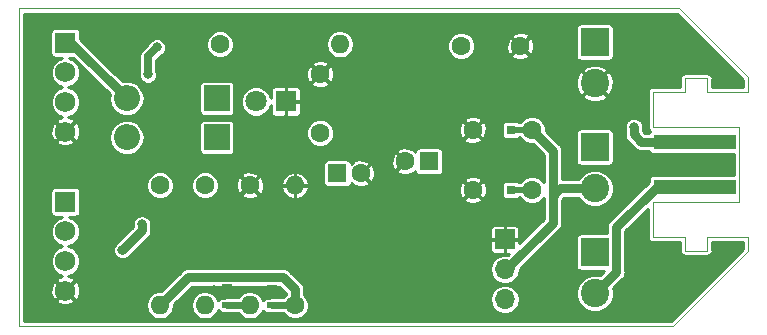
<source format=gbl>
%TF.GenerationSoftware,KiCad,Pcbnew,5.0.1*%
%TF.CreationDate,2019-02-24T22:19:24+01:00*%
%TF.ProjectId,bobbycar,626F6262796361722E6B696361645F70,rev?*%
%TF.SameCoordinates,Original*%
%TF.FileFunction,Copper,L2,Bot,Signal*%
%TF.FilePolarity,Positive*%
%FSLAX46Y46*%
G04 Gerber Fmt 4.6, Leading zero omitted, Abs format (unit mm)*
G04 Created by KiCad (PCBNEW 5.0.1) date So 24 Feb 2019 22:19:24 CET*
%MOMM*%
%LPD*%
G01*
G04 APERTURE LIST*
%ADD10C,0.100000*%
%ADD11C,1.600000*%
%ADD12O,1.600000X1.600000*%
%ADD13R,0.900000X0.500000*%
%ADD14R,0.800000X0.750000*%
%ADD15O,2.200000X2.200000*%
%ADD16R,2.200000X2.200000*%
%ADD17R,1.700000X1.700000*%
%ADD18O,1.700000X1.700000*%
%ADD19R,1.600000X1.600000*%
%ADD20C,1.750000*%
%ADD21R,1.750000X1.750000*%
%ADD22R,2.400000X2.400000*%
%ADD23C,2.400000*%
%ADD24R,1.800000X1.800000*%
%ADD25C,1.800000*%
%ADD26R,7.000000X1.270000*%
%ADD27C,0.800000*%
%ADD28C,0.800000*%
%ADD29C,0.500000*%
%ADD30C,0.600000*%
%ADD31C,0.700000*%
%ADD32C,0.254000*%
G04 APERTURE END LIST*
D10*
X162306000Y-91440000D02*
X162306000Y-92659200D01*
X158877000Y-92659200D02*
X162306000Y-92659200D01*
X158877000Y-91516200D02*
X158877000Y-92659200D01*
X156972000Y-91516200D02*
X158877000Y-91516200D01*
X156972000Y-92659200D02*
X156972000Y-91516200D01*
X154279600Y-92659200D02*
X156972000Y-92659200D01*
X154279600Y-95605600D02*
X154279600Y-92659200D01*
X161544000Y-95605600D02*
X154279600Y-95605600D01*
X161544000Y-102006400D02*
X161544000Y-95605600D01*
X154279600Y-102006400D02*
X161544000Y-102006400D01*
X154279600Y-104952800D02*
X154279600Y-102006400D01*
X156972000Y-104952800D02*
X154279600Y-104952800D01*
X156972000Y-106095800D02*
X156972000Y-104952800D01*
X158877000Y-106095800D02*
X156972000Y-106095800D01*
X158877000Y-104952800D02*
X158877000Y-106095800D01*
X162306000Y-104952800D02*
X158877000Y-104952800D01*
X162306000Y-106172000D02*
X162306000Y-104952800D01*
X162306000Y-91440000D02*
X156464000Y-85598000D01*
X162306000Y-106172000D02*
X155956000Y-112522000D01*
X100584000Y-85598000D02*
X100584000Y-112522000D01*
X155956000Y-112522000D02*
X100584000Y-112522000D01*
X156464000Y-85598000D02*
X100584000Y-85598000D01*
D11*
X139018000Y-100965000D03*
X144018000Y-100965000D03*
X126111000Y-96139000D03*
X126111000Y-91139000D03*
X143049000Y-88773000D03*
X138049000Y-88773000D03*
X139001500Y-95885000D03*
X144001500Y-95885000D03*
D12*
X123952000Y-100584000D03*
D11*
X123952000Y-110744000D03*
D13*
X122047000Y-110744000D03*
X122047000Y-109244000D03*
X118237000Y-110720000D03*
X118237000Y-109220000D03*
D14*
X140740000Y-95885000D03*
X142240000Y-95885000D03*
X140740000Y-100965000D03*
X142240000Y-100965000D03*
D15*
X109728000Y-93218000D03*
D16*
X117348000Y-93218000D03*
X117348000Y-96520000D03*
D15*
X109728000Y-96520000D03*
D17*
X141732000Y-105156000D03*
D18*
X141732000Y-107696000D03*
X141732000Y-110236000D03*
D11*
X120142000Y-100584000D03*
D12*
X120142000Y-110744000D03*
D11*
X117602000Y-88646000D03*
D12*
X127762000Y-88646000D03*
X112522000Y-110744000D03*
D11*
X112522000Y-100584000D03*
X116332000Y-100584000D03*
D12*
X116332000Y-110744000D03*
D11*
X129540000Y-99568000D03*
D19*
X127540000Y-99568000D03*
X135318500Y-98552000D03*
D11*
X133318500Y-98552000D03*
D20*
X104521000Y-96019000D03*
X104521000Y-93519000D03*
X104521000Y-91019000D03*
D21*
X104521000Y-88519000D03*
X104521000Y-101981000D03*
D20*
X104521000Y-104481000D03*
X104521000Y-106981000D03*
X104521000Y-109481000D03*
D22*
X149352000Y-106228000D03*
D23*
X149352000Y-109728000D03*
X149352000Y-91948000D03*
D22*
X149352000Y-88448000D03*
X149352000Y-97338000D03*
D23*
X149352000Y-100838000D03*
D24*
X123190000Y-93472000D03*
D25*
X120650000Y-93472000D03*
D26*
X157792800Y-96906000D03*
X157792800Y-100706000D03*
D27*
X152654000Y-95631000D03*
X109347000Y-106045000D03*
X110998000Y-103886000D03*
X155448000Y-98806000D03*
X159385000Y-98806000D03*
X154051000Y-106299000D03*
X117094000Y-109474000D03*
X146812000Y-108966000D03*
X137541000Y-92646500D03*
X137541000Y-91821000D03*
X137541000Y-90995500D03*
X153924000Y-90805000D03*
X106045000Y-105664000D03*
X106172000Y-103251000D03*
X108585000Y-98425000D03*
X112268000Y-102616000D03*
X137541000Y-101092000D03*
X112268000Y-88900000D03*
X111506000Y-91186000D03*
D28*
X153294000Y-96906000D02*
X152654000Y-96266000D01*
X158267400Y-96906000D02*
X153294000Y-96906000D01*
X152654000Y-96266000D02*
X152654000Y-95631000D01*
D29*
X142240000Y-100965000D02*
X144018000Y-100965000D01*
D30*
X122047000Y-110744000D02*
X123952000Y-110744000D01*
D28*
X123952000Y-110744000D02*
X123952000Y-109368998D01*
X123952000Y-109368998D02*
X122953001Y-108369999D01*
X122953001Y-108369999D02*
X114896001Y-108369999D01*
X114896001Y-108369999D02*
X113321999Y-109944001D01*
X113321999Y-109944001D02*
X112522000Y-110744000D01*
X109855000Y-105537000D02*
X109347000Y-106045000D01*
X110998000Y-104394000D02*
X109855000Y-105537000D01*
X154584380Y-100706000D02*
X151152001Y-104138379D01*
X110998000Y-103886000D02*
X110998000Y-104394000D01*
X158267400Y-100706000D02*
X154584380Y-100706000D01*
X151152001Y-104138379D02*
X151152001Y-107927999D01*
X151152001Y-107927999D02*
X150551999Y-108528001D01*
X150551999Y-108528001D02*
X149352000Y-109728000D01*
D31*
X111506000Y-89662000D02*
X112268000Y-88900000D01*
X111506000Y-91186000D02*
X111506000Y-89662000D01*
D28*
X105022000Y-88512000D02*
X109728000Y-93218000D01*
D29*
X142240000Y-95885000D02*
X144001500Y-95885000D01*
D28*
X145796000Y-101473000D02*
X145796000Y-97679500D01*
X145796000Y-97679500D02*
X144001500Y-95885000D01*
D30*
X118237000Y-110720000D02*
X120118000Y-110720000D01*
X120118000Y-110720000D02*
X120142000Y-110744000D01*
D28*
X145796000Y-101473000D02*
X145796000Y-103124000D01*
X149352000Y-100838000D02*
X146431000Y-100838000D01*
X146431000Y-100838000D02*
X145796000Y-101473000D01*
X141859000Y-107696000D02*
X145796000Y-103759000D01*
X145796000Y-103759000D02*
X145796000Y-103124000D01*
D32*
G36*
X161875000Y-91618526D02*
X161875001Y-92228200D01*
X159308000Y-92228200D01*
X159308000Y-91558645D01*
X159316443Y-91516200D01*
X159282992Y-91348032D01*
X159187733Y-91205467D01*
X159045168Y-91110208D01*
X158919445Y-91085200D01*
X158877000Y-91076757D01*
X158834555Y-91085200D01*
X157014445Y-91085200D01*
X156972000Y-91076757D01*
X156929555Y-91085200D01*
X156803832Y-91110208D01*
X156661267Y-91205467D01*
X156566008Y-91348032D01*
X156532557Y-91516200D01*
X156541001Y-91558650D01*
X156541000Y-92228200D01*
X154322045Y-92228200D01*
X154279600Y-92219757D01*
X154237155Y-92228200D01*
X154111432Y-92253208D01*
X153968867Y-92348467D01*
X153873608Y-92491032D01*
X153840157Y-92659200D01*
X153848601Y-92701650D01*
X153848600Y-95563154D01*
X153840157Y-95605600D01*
X153873608Y-95773768D01*
X153926197Y-95852473D01*
X153968867Y-95916333D01*
X154053341Y-95972777D01*
X154018114Y-95996314D01*
X153933906Y-96122341D01*
X153933377Y-96125000D01*
X153617500Y-96125000D01*
X153435000Y-95942500D01*
X153435000Y-95475649D01*
X153404985Y-95403186D01*
X153389685Y-95326269D01*
X153346115Y-95261062D01*
X153316100Y-95188599D01*
X153260639Y-95133138D01*
X153217069Y-95067931D01*
X153151862Y-95024361D01*
X153096401Y-94968900D01*
X153023938Y-94938885D01*
X152958731Y-94895315D01*
X152881814Y-94880015D01*
X152809351Y-94850000D01*
X152730918Y-94850000D01*
X152654000Y-94834700D01*
X152577082Y-94850000D01*
X152498649Y-94850000D01*
X152426185Y-94880016D01*
X152349270Y-94895315D01*
X152284065Y-94938884D01*
X152211599Y-94968900D01*
X152156136Y-95024363D01*
X152090932Y-95067931D01*
X152047363Y-95133136D01*
X151991900Y-95188599D01*
X151961884Y-95261063D01*
X151918315Y-95326269D01*
X151903015Y-95403186D01*
X151873000Y-95475649D01*
X151873000Y-96189086D01*
X151857701Y-96266000D01*
X151873000Y-96342914D01*
X151873000Y-96342917D01*
X151918315Y-96570730D01*
X152090931Y-96829069D01*
X152156141Y-96872641D01*
X152687359Y-97403859D01*
X152730931Y-97469069D01*
X152931883Y-97603341D01*
X152989269Y-97641685D01*
X153294000Y-97702300D01*
X153370918Y-97687000D01*
X153933377Y-97687000D01*
X153933906Y-97689659D01*
X154018114Y-97815686D01*
X154144141Y-97899894D01*
X154292800Y-97929464D01*
X161113001Y-97929464D01*
X161113000Y-99682536D01*
X154292800Y-99682536D01*
X154144141Y-99712106D01*
X154018114Y-99796314D01*
X153933906Y-99922341D01*
X153904336Y-100071000D01*
X153904336Y-100281543D01*
X150654142Y-103531738D01*
X150588932Y-103575310D01*
X150416316Y-103833649D01*
X150371001Y-104061462D01*
X150371001Y-104061465D01*
X150355702Y-104138379D01*
X150371001Y-104215293D01*
X150371001Y-104639536D01*
X148152000Y-104639536D01*
X148003341Y-104669106D01*
X147877314Y-104753314D01*
X147793106Y-104879341D01*
X147763536Y-105028000D01*
X147763536Y-107428000D01*
X147793106Y-107576659D01*
X147877314Y-107702686D01*
X148003341Y-107786894D01*
X148152000Y-107816464D01*
X150159036Y-107816464D01*
X150054140Y-107921360D01*
X150054137Y-107921362D01*
X149781045Y-108194454D01*
X149666481Y-108147000D01*
X149037519Y-108147000D01*
X148456435Y-108387693D01*
X148011693Y-108832435D01*
X147771000Y-109413519D01*
X147771000Y-110042481D01*
X148011693Y-110623565D01*
X148456435Y-111068307D01*
X149037519Y-111309000D01*
X149666481Y-111309000D01*
X150247565Y-111068307D01*
X150692307Y-110623565D01*
X150933000Y-110042481D01*
X150933000Y-109413519D01*
X150885546Y-109298955D01*
X151158638Y-109025863D01*
X151158640Y-109025860D01*
X151649863Y-108534638D01*
X151715070Y-108491068D01*
X151887686Y-108232730D01*
X151933001Y-108004917D01*
X151933001Y-108004913D01*
X151948300Y-107927999D01*
X151933001Y-107851085D01*
X151933001Y-104461879D01*
X153848601Y-102546280D01*
X153848600Y-104910354D01*
X153840157Y-104952800D01*
X153873608Y-105120968D01*
X153921382Y-105192467D01*
X153968867Y-105263533D01*
X154111432Y-105358792D01*
X154279600Y-105392243D01*
X154322045Y-105383800D01*
X156541001Y-105383800D01*
X156541000Y-106053354D01*
X156532557Y-106095800D01*
X156566008Y-106263968D01*
X156661267Y-106406533D01*
X156803832Y-106501792D01*
X156972000Y-106535243D01*
X157014445Y-106526800D01*
X158834555Y-106526800D01*
X158877000Y-106535243D01*
X158919445Y-106526800D01*
X159045168Y-106501792D01*
X159187733Y-106406533D01*
X159282992Y-106263968D01*
X159316443Y-106095800D01*
X159308000Y-106053355D01*
X159308000Y-105383800D01*
X161875001Y-105383800D01*
X161875000Y-105993474D01*
X155777475Y-112091000D01*
X101015000Y-112091000D01*
X101015000Y-110744000D01*
X111317863Y-110744000D01*
X111409522Y-111204803D01*
X111670547Y-111595453D01*
X112061197Y-111856478D01*
X112405682Y-111925000D01*
X112638318Y-111925000D01*
X112982803Y-111856478D01*
X113373453Y-111595453D01*
X113634478Y-111204803D01*
X113726137Y-110744000D01*
X113709606Y-110660894D01*
X113928638Y-110441863D01*
X113928640Y-110441860D01*
X115219502Y-109150999D01*
X122629501Y-109150999D01*
X123171001Y-109692499D01*
X123171001Y-109854813D01*
X122962814Y-110063000D01*
X121979931Y-110063000D01*
X121781287Y-110102513D01*
X121776763Y-110105536D01*
X121597000Y-110105536D01*
X121448341Y-110135106D01*
X121322314Y-110219314D01*
X121260248Y-110312203D01*
X121254478Y-110283197D01*
X120993453Y-109892547D01*
X120602803Y-109631522D01*
X120258318Y-109563000D01*
X120025682Y-109563000D01*
X119681197Y-109631522D01*
X119290547Y-109892547D01*
X119192690Y-110039000D01*
X118169931Y-110039000D01*
X117971287Y-110078513D01*
X117966763Y-110081536D01*
X117787000Y-110081536D01*
X117638341Y-110111106D01*
X117512314Y-110195314D01*
X117446569Y-110293709D01*
X117444478Y-110283197D01*
X117183453Y-109892547D01*
X116792803Y-109631522D01*
X116448318Y-109563000D01*
X116215682Y-109563000D01*
X115871197Y-109631522D01*
X115480547Y-109892547D01*
X115219522Y-110283197D01*
X115127863Y-110744000D01*
X115219522Y-111204803D01*
X115480547Y-111595453D01*
X115871197Y-111856478D01*
X116215682Y-111925000D01*
X116448318Y-111925000D01*
X116792803Y-111856478D01*
X117183453Y-111595453D01*
X117444478Y-111204803D01*
X117453926Y-111157302D01*
X117512314Y-111244686D01*
X117638341Y-111328894D01*
X117787000Y-111358464D01*
X117966763Y-111358464D01*
X117971287Y-111361487D01*
X118169931Y-111401000D01*
X119160617Y-111401000D01*
X119290547Y-111595453D01*
X119681197Y-111856478D01*
X120025682Y-111925000D01*
X120258318Y-111925000D01*
X120602803Y-111856478D01*
X120993453Y-111595453D01*
X121254478Y-111204803D01*
X121260248Y-111175797D01*
X121322314Y-111268686D01*
X121448341Y-111352894D01*
X121597000Y-111382464D01*
X121776763Y-111382464D01*
X121781287Y-111385487D01*
X121979931Y-111425000D01*
X122962814Y-111425000D01*
X123283017Y-111745203D01*
X123717085Y-111925000D01*
X124186915Y-111925000D01*
X124620983Y-111745203D01*
X124953203Y-111412983D01*
X125133000Y-110978915D01*
X125133000Y-110509085D01*
X125019885Y-110236000D01*
X140476884Y-110236000D01*
X140572424Y-110716312D01*
X140844499Y-111123501D01*
X141251688Y-111395576D01*
X141610761Y-111467000D01*
X141853239Y-111467000D01*
X142212312Y-111395576D01*
X142619501Y-111123501D01*
X142891576Y-110716312D01*
X142987116Y-110236000D01*
X142891576Y-109755688D01*
X142619501Y-109348499D01*
X142212312Y-109076424D01*
X141853239Y-109005000D01*
X141610761Y-109005000D01*
X141251688Y-109076424D01*
X140844499Y-109348499D01*
X140572424Y-109755688D01*
X140476884Y-110236000D01*
X125019885Y-110236000D01*
X124953203Y-110075017D01*
X124733000Y-109854814D01*
X124733000Y-109445912D01*
X124748299Y-109368998D01*
X124733000Y-109292084D01*
X124733000Y-109292080D01*
X124687685Y-109064267D01*
X124515069Y-108805929D01*
X124449862Y-108762359D01*
X123559642Y-107872140D01*
X123516070Y-107806930D01*
X123350052Y-107696000D01*
X140476884Y-107696000D01*
X140572424Y-108176312D01*
X140844499Y-108583501D01*
X141251688Y-108855576D01*
X141610761Y-108927000D01*
X141853239Y-108927000D01*
X142212312Y-108855576D01*
X142619501Y-108583501D01*
X142891576Y-108176312D01*
X142987116Y-107696000D01*
X142983198Y-107676302D01*
X146293863Y-104365638D01*
X146359069Y-104322069D01*
X146419809Y-104231166D01*
X146531685Y-104063731D01*
X146540334Y-104020250D01*
X146577000Y-103835918D01*
X146577000Y-103835914D01*
X146592299Y-103759000D01*
X146577000Y-103682086D01*
X146577000Y-101796500D01*
X146754500Y-101619000D01*
X147964239Y-101619000D01*
X148011693Y-101733565D01*
X148456435Y-102178307D01*
X149037519Y-102419000D01*
X149666481Y-102419000D01*
X150247565Y-102178307D01*
X150692307Y-101733565D01*
X150933000Y-101152481D01*
X150933000Y-100523519D01*
X150692307Y-99942435D01*
X150247565Y-99497693D01*
X149666481Y-99257000D01*
X149037519Y-99257000D01*
X148456435Y-99497693D01*
X148011693Y-99942435D01*
X147964239Y-100057000D01*
X146577000Y-100057000D01*
X146577000Y-97756413D01*
X146592299Y-97679499D01*
X146577000Y-97602585D01*
X146577000Y-97602582D01*
X146531685Y-97374769D01*
X146359069Y-97116431D01*
X146293862Y-97072861D01*
X145359001Y-96138000D01*
X147763536Y-96138000D01*
X147763536Y-98538000D01*
X147793106Y-98686659D01*
X147877314Y-98812686D01*
X148003341Y-98896894D01*
X148152000Y-98926464D01*
X150552000Y-98926464D01*
X150700659Y-98896894D01*
X150826686Y-98812686D01*
X150910894Y-98686659D01*
X150940464Y-98538000D01*
X150940464Y-96138000D01*
X150910894Y-95989341D01*
X150826686Y-95863314D01*
X150700659Y-95779106D01*
X150552000Y-95749536D01*
X148152000Y-95749536D01*
X148003341Y-95779106D01*
X147877314Y-95863314D01*
X147793106Y-95989341D01*
X147763536Y-96138000D01*
X145359001Y-96138000D01*
X145182500Y-95961500D01*
X145182500Y-95650085D01*
X145002703Y-95216017D01*
X144670483Y-94883797D01*
X144236415Y-94704000D01*
X143766585Y-94704000D01*
X143332517Y-94883797D01*
X143000297Y-95216017D01*
X142984564Y-95254000D01*
X142927172Y-95254000D01*
X142914686Y-95235314D01*
X142788659Y-95151106D01*
X142640000Y-95121536D01*
X141840000Y-95121536D01*
X141691341Y-95151106D01*
X141565314Y-95235314D01*
X141481106Y-95361341D01*
X141451536Y-95510000D01*
X141451536Y-96260000D01*
X141481106Y-96408659D01*
X141565314Y-96534686D01*
X141691341Y-96618894D01*
X141840000Y-96648464D01*
X142640000Y-96648464D01*
X142788659Y-96618894D01*
X142914686Y-96534686D01*
X142927172Y-96516000D01*
X142984564Y-96516000D01*
X143000297Y-96553983D01*
X143332517Y-96886203D01*
X143766585Y-97066000D01*
X144078000Y-97066000D01*
X145015001Y-98003002D01*
X145015000Y-100291814D01*
X144686983Y-99963797D01*
X144252915Y-99784000D01*
X143783085Y-99784000D01*
X143349017Y-99963797D01*
X143016797Y-100296017D01*
X143001064Y-100334000D01*
X142927172Y-100334000D01*
X142914686Y-100315314D01*
X142788659Y-100231106D01*
X142640000Y-100201536D01*
X141840000Y-100201536D01*
X141691341Y-100231106D01*
X141565314Y-100315314D01*
X141481106Y-100441341D01*
X141451536Y-100590000D01*
X141451536Y-101340000D01*
X141481106Y-101488659D01*
X141565314Y-101614686D01*
X141691341Y-101698894D01*
X141840000Y-101728464D01*
X142640000Y-101728464D01*
X142788659Y-101698894D01*
X142914686Y-101614686D01*
X142927172Y-101596000D01*
X143001064Y-101596000D01*
X143016797Y-101633983D01*
X143349017Y-101966203D01*
X143783085Y-102146000D01*
X144252915Y-102146000D01*
X144686983Y-101966203D01*
X145015000Y-101638186D01*
X145015001Y-103047077D01*
X145015000Y-103047082D01*
X145015000Y-103435499D01*
X142963000Y-105487500D01*
X142963000Y-105274250D01*
X142867750Y-105179000D01*
X141755000Y-105179000D01*
X141755000Y-106291750D01*
X141850250Y-106387000D01*
X142063500Y-106387000D01*
X141963556Y-106486943D01*
X141853239Y-106465000D01*
X141610761Y-106465000D01*
X141251688Y-106536424D01*
X140844499Y-106808499D01*
X140572424Y-107215688D01*
X140476884Y-107696000D01*
X123350052Y-107696000D01*
X123257732Y-107634314D01*
X123029919Y-107588999D01*
X123029915Y-107588999D01*
X122953001Y-107573700D01*
X122876087Y-107588999D01*
X114972915Y-107588999D01*
X114896001Y-107573700D01*
X114819087Y-107588999D01*
X114819083Y-107588999D01*
X114591270Y-107634314D01*
X114332932Y-107806930D01*
X114289362Y-107872137D01*
X112824140Y-109337360D01*
X112824137Y-109337362D01*
X112598499Y-109563000D01*
X112405682Y-109563000D01*
X112061197Y-109631522D01*
X111670547Y-109892547D01*
X111409522Y-110283197D01*
X111317863Y-110744000D01*
X101015000Y-110744000D01*
X101015000Y-110335279D01*
X103699248Y-110335279D01*
X103787008Y-110530383D01*
X104244461Y-110731390D01*
X104744015Y-110742037D01*
X105209617Y-110560702D01*
X105254992Y-110530383D01*
X105342752Y-110335279D01*
X104521000Y-109513527D01*
X103699248Y-110335279D01*
X101015000Y-110335279D01*
X101015000Y-109704015D01*
X103259963Y-109704015D01*
X103441298Y-110169617D01*
X103471617Y-110214992D01*
X103666721Y-110302752D01*
X104488473Y-109481000D01*
X104553527Y-109481000D01*
X105375279Y-110302752D01*
X105570383Y-110214992D01*
X105771390Y-109757539D01*
X105782037Y-109257985D01*
X105600702Y-108792383D01*
X105570383Y-108747008D01*
X105375279Y-108659248D01*
X104553527Y-109481000D01*
X104488473Y-109481000D01*
X103666721Y-108659248D01*
X103471617Y-108747008D01*
X103270610Y-109204461D01*
X103259963Y-109704015D01*
X101015000Y-109704015D01*
X101015000Y-101106000D01*
X103257536Y-101106000D01*
X103257536Y-102856000D01*
X103287106Y-103004659D01*
X103371314Y-103130686D01*
X103497341Y-103214894D01*
X103646000Y-103244464D01*
X104224176Y-103244464D01*
X103809533Y-103416215D01*
X103456215Y-103769533D01*
X103265000Y-104231166D01*
X103265000Y-104730834D01*
X103456215Y-105192467D01*
X103809533Y-105545785D01*
X104256681Y-105731000D01*
X103809533Y-105916215D01*
X103456215Y-106269533D01*
X103265000Y-106731166D01*
X103265000Y-107230834D01*
X103456215Y-107692467D01*
X103809533Y-108045785D01*
X104262964Y-108233603D01*
X103832383Y-108401298D01*
X103787008Y-108431617D01*
X103699248Y-108626721D01*
X104521000Y-109448473D01*
X105342752Y-108626721D01*
X105254992Y-108431617D01*
X104797539Y-108230610D01*
X104786813Y-108230381D01*
X105232467Y-108045785D01*
X105585785Y-107692467D01*
X105777000Y-107230834D01*
X105777000Y-106731166D01*
X105585785Y-106269533D01*
X105361252Y-106045000D01*
X108550701Y-106045000D01*
X108566000Y-106121914D01*
X108566000Y-106200351D01*
X108596016Y-106272816D01*
X108611315Y-106349730D01*
X108654884Y-106414936D01*
X108684900Y-106487401D01*
X108740362Y-106542863D01*
X108783931Y-106608069D01*
X108849137Y-106651638D01*
X108904599Y-106707100D01*
X108977064Y-106737116D01*
X109042270Y-106780685D01*
X109119184Y-106795984D01*
X109191649Y-106826000D01*
X109270086Y-106826000D01*
X109347000Y-106841299D01*
X109423914Y-106826000D01*
X109502351Y-106826000D01*
X109574816Y-106795984D01*
X109651730Y-106780685D01*
X109716935Y-106737116D01*
X109789401Y-106707100D01*
X110461639Y-106034862D01*
X110461641Y-106034859D01*
X111222250Y-105274250D01*
X140501000Y-105274250D01*
X140501000Y-106081785D01*
X140559004Y-106221819D01*
X140666180Y-106328996D01*
X140806214Y-106387000D01*
X141613750Y-106387000D01*
X141709000Y-106291750D01*
X141709000Y-105179000D01*
X140596250Y-105179000D01*
X140501000Y-105274250D01*
X111222250Y-105274250D01*
X111495862Y-105000639D01*
X111561069Y-104957069D01*
X111733685Y-104698731D01*
X111779000Y-104470918D01*
X111779000Y-104470915D01*
X111794299Y-104394001D01*
X111779000Y-104317087D01*
X111779000Y-104230215D01*
X140501000Y-104230215D01*
X140501000Y-105037750D01*
X140596250Y-105133000D01*
X141709000Y-105133000D01*
X141709000Y-104020250D01*
X141755000Y-104020250D01*
X141755000Y-105133000D01*
X142867750Y-105133000D01*
X142963000Y-105037750D01*
X142963000Y-104230215D01*
X142904996Y-104090181D01*
X142797820Y-103983004D01*
X142657786Y-103925000D01*
X141850250Y-103925000D01*
X141755000Y-104020250D01*
X141709000Y-104020250D01*
X141613750Y-103925000D01*
X140806214Y-103925000D01*
X140666180Y-103983004D01*
X140559004Y-104090181D01*
X140501000Y-104230215D01*
X111779000Y-104230215D01*
X111779000Y-103730649D01*
X111748985Y-103658186D01*
X111733685Y-103581269D01*
X111690115Y-103516062D01*
X111660100Y-103443599D01*
X111604639Y-103388138D01*
X111561069Y-103322931D01*
X111495863Y-103279362D01*
X111440401Y-103223900D01*
X111367936Y-103193884D01*
X111302730Y-103150315D01*
X111225815Y-103135016D01*
X111153351Y-103105000D01*
X111074918Y-103105000D01*
X110998000Y-103089700D01*
X110921082Y-103105000D01*
X110842649Y-103105000D01*
X110770186Y-103135015D01*
X110693269Y-103150315D01*
X110628062Y-103193885D01*
X110555599Y-103223900D01*
X110500138Y-103279361D01*
X110434931Y-103322931D01*
X110391362Y-103388137D01*
X110335900Y-103443599D01*
X110305884Y-103516064D01*
X110262315Y-103581270D01*
X110247016Y-103658185D01*
X110217000Y-103730649D01*
X110217000Y-104070499D01*
X109357141Y-104930359D01*
X109357138Y-104930361D01*
X108684900Y-105602599D01*
X108654884Y-105675065D01*
X108611315Y-105740270D01*
X108596016Y-105817184D01*
X108566000Y-105889649D01*
X108566000Y-105968086D01*
X108550701Y-106045000D01*
X105361252Y-106045000D01*
X105232467Y-105916215D01*
X104785319Y-105731000D01*
X105232467Y-105545785D01*
X105585785Y-105192467D01*
X105777000Y-104730834D01*
X105777000Y-104231166D01*
X105585785Y-103769533D01*
X105232467Y-103416215D01*
X104817824Y-103244464D01*
X105396000Y-103244464D01*
X105544659Y-103214894D01*
X105670686Y-103130686D01*
X105754894Y-103004659D01*
X105784464Y-102856000D01*
X105784464Y-101106000D01*
X105754894Y-100957341D01*
X105670686Y-100831314D01*
X105544659Y-100747106D01*
X105396000Y-100717536D01*
X103646000Y-100717536D01*
X103497341Y-100747106D01*
X103371314Y-100831314D01*
X103287106Y-100957341D01*
X103257536Y-101106000D01*
X101015000Y-101106000D01*
X101015000Y-100349085D01*
X111341000Y-100349085D01*
X111341000Y-100818915D01*
X111520797Y-101252983D01*
X111853017Y-101585203D01*
X112287085Y-101765000D01*
X112756915Y-101765000D01*
X113190983Y-101585203D01*
X113523203Y-101252983D01*
X113703000Y-100818915D01*
X113703000Y-100349085D01*
X115151000Y-100349085D01*
X115151000Y-100818915D01*
X115330797Y-101252983D01*
X115663017Y-101585203D01*
X116097085Y-101765000D01*
X116566915Y-101765000D01*
X117000983Y-101585203D01*
X117201990Y-101384196D01*
X119374331Y-101384196D01*
X119452963Y-101571509D01*
X119883316Y-101760023D01*
X120353051Y-101769498D01*
X120364059Y-101765196D01*
X138250331Y-101765196D01*
X138328963Y-101952509D01*
X138759316Y-102141023D01*
X139229051Y-102150498D01*
X139666656Y-101979492D01*
X139707037Y-101952509D01*
X139785669Y-101765196D01*
X139018000Y-100997527D01*
X138250331Y-101765196D01*
X120364059Y-101765196D01*
X120790656Y-101598492D01*
X120831037Y-101571509D01*
X120909669Y-101384196D01*
X120142000Y-100616527D01*
X119374331Y-101384196D01*
X117201990Y-101384196D01*
X117333203Y-101252983D01*
X117513000Y-100818915D01*
X117513000Y-100795051D01*
X118956502Y-100795051D01*
X119127508Y-101232656D01*
X119154491Y-101273037D01*
X119341804Y-101351669D01*
X120109473Y-100584000D01*
X120174527Y-100584000D01*
X120942196Y-101351669D01*
X121129509Y-101273037D01*
X121318023Y-100842684D01*
X121319056Y-100791431D01*
X122789357Y-100791431D01*
X122957238Y-101220565D01*
X123276563Y-101552788D01*
X123698717Y-101737522D01*
X123744569Y-101746641D01*
X123929000Y-101669506D01*
X123929000Y-100607000D01*
X123975000Y-100607000D01*
X123975000Y-101669506D01*
X124159431Y-101746641D01*
X124205283Y-101737522D01*
X124627437Y-101552788D01*
X124946762Y-101220565D01*
X124964176Y-101176051D01*
X137832502Y-101176051D01*
X138003508Y-101613656D01*
X138030491Y-101654037D01*
X138217804Y-101732669D01*
X138985473Y-100965000D01*
X139050527Y-100965000D01*
X139818196Y-101732669D01*
X140005509Y-101654037D01*
X140194023Y-101223684D01*
X140203498Y-100753949D01*
X140032492Y-100316344D01*
X140005509Y-100275963D01*
X139818196Y-100197331D01*
X139050527Y-100965000D01*
X138985473Y-100965000D01*
X138217804Y-100197331D01*
X138030491Y-100275963D01*
X137841977Y-100706316D01*
X137832502Y-101176051D01*
X124964176Y-101176051D01*
X125114643Y-100791431D01*
X125037528Y-100607000D01*
X123975000Y-100607000D01*
X123929000Y-100607000D01*
X122866472Y-100607000D01*
X122789357Y-100791431D01*
X121319056Y-100791431D01*
X121327424Y-100376569D01*
X122789357Y-100376569D01*
X122866472Y-100561000D01*
X123929000Y-100561000D01*
X123929000Y-99498494D01*
X123975000Y-99498494D01*
X123975000Y-100561000D01*
X125037528Y-100561000D01*
X125114643Y-100376569D01*
X124946762Y-99947435D01*
X124627437Y-99615212D01*
X124205283Y-99430478D01*
X124159431Y-99421359D01*
X123975000Y-99498494D01*
X123929000Y-99498494D01*
X123744569Y-99421359D01*
X123698717Y-99430478D01*
X123276563Y-99615212D01*
X122957238Y-99947435D01*
X122789357Y-100376569D01*
X121327424Y-100376569D01*
X121327498Y-100372949D01*
X121156492Y-99935344D01*
X121129509Y-99894963D01*
X120942196Y-99816331D01*
X120174527Y-100584000D01*
X120109473Y-100584000D01*
X119341804Y-99816331D01*
X119154491Y-99894963D01*
X118965977Y-100325316D01*
X118956502Y-100795051D01*
X117513000Y-100795051D01*
X117513000Y-100349085D01*
X117333203Y-99915017D01*
X117201990Y-99783804D01*
X119374331Y-99783804D01*
X120142000Y-100551473D01*
X120909669Y-99783804D01*
X120831037Y-99596491D01*
X120400684Y-99407977D01*
X119930949Y-99398502D01*
X119493344Y-99569508D01*
X119452963Y-99596491D01*
X119374331Y-99783804D01*
X117201990Y-99783804D01*
X117000983Y-99582797D01*
X116566915Y-99403000D01*
X116097085Y-99403000D01*
X115663017Y-99582797D01*
X115330797Y-99915017D01*
X115151000Y-100349085D01*
X113703000Y-100349085D01*
X113523203Y-99915017D01*
X113190983Y-99582797D01*
X112756915Y-99403000D01*
X112287085Y-99403000D01*
X111853017Y-99582797D01*
X111520797Y-99915017D01*
X111341000Y-100349085D01*
X101015000Y-100349085D01*
X101015000Y-98768000D01*
X126351536Y-98768000D01*
X126351536Y-100368000D01*
X126381106Y-100516659D01*
X126465314Y-100642686D01*
X126591341Y-100726894D01*
X126740000Y-100756464D01*
X128340000Y-100756464D01*
X128488659Y-100726894D01*
X128614686Y-100642686D01*
X128698894Y-100516659D01*
X128717522Y-100423008D01*
X128772332Y-100368198D01*
X128850963Y-100555509D01*
X129281316Y-100744023D01*
X129751051Y-100753498D01*
X130188656Y-100582492D01*
X130229037Y-100555509D01*
X130307669Y-100368196D01*
X129540000Y-99600527D01*
X129525858Y-99614669D01*
X129493331Y-99582142D01*
X129507473Y-99568000D01*
X129572527Y-99568000D01*
X130340196Y-100335669D01*
X130527509Y-100257037D01*
X130567911Y-100164804D01*
X138250331Y-100164804D01*
X139018000Y-100932473D01*
X139785669Y-100164804D01*
X139707037Y-99977491D01*
X139276684Y-99788977D01*
X138806949Y-99779502D01*
X138369344Y-99950508D01*
X138328963Y-99977491D01*
X138250331Y-100164804D01*
X130567911Y-100164804D01*
X130716023Y-99826684D01*
X130725498Y-99356949D01*
X130554492Y-98919344D01*
X130527509Y-98878963D01*
X130340196Y-98800331D01*
X129572527Y-99568000D01*
X129507473Y-99568000D01*
X129493331Y-99553858D01*
X129525858Y-99521331D01*
X129540000Y-99535473D01*
X130307669Y-98767804D01*
X130305674Y-98763051D01*
X132133002Y-98763051D01*
X132304008Y-99200656D01*
X132330991Y-99241037D01*
X132518304Y-99319669D01*
X133285973Y-98552000D01*
X132518304Y-97784331D01*
X132330991Y-97862963D01*
X132142477Y-98293316D01*
X132133002Y-98763051D01*
X130305674Y-98763051D01*
X130229037Y-98580491D01*
X129798684Y-98391977D01*
X129328949Y-98382502D01*
X128891344Y-98553508D01*
X128850963Y-98580491D01*
X128772332Y-98767802D01*
X128717522Y-98712992D01*
X128698894Y-98619341D01*
X128614686Y-98493314D01*
X128488659Y-98409106D01*
X128340000Y-98379536D01*
X126740000Y-98379536D01*
X126591341Y-98409106D01*
X126465314Y-98493314D01*
X126381106Y-98619341D01*
X126351536Y-98768000D01*
X101015000Y-98768000D01*
X101015000Y-96873279D01*
X103699248Y-96873279D01*
X103787008Y-97068383D01*
X104244461Y-97269390D01*
X104744015Y-97280037D01*
X105209617Y-97098702D01*
X105254992Y-97068383D01*
X105342752Y-96873279D01*
X104521000Y-96051527D01*
X103699248Y-96873279D01*
X101015000Y-96873279D01*
X101015000Y-96242015D01*
X103259963Y-96242015D01*
X103441298Y-96707617D01*
X103471617Y-96752992D01*
X103666721Y-96840752D01*
X104488473Y-96019000D01*
X104553527Y-96019000D01*
X105375279Y-96840752D01*
X105570383Y-96752992D01*
X105672760Y-96520000D01*
X108217986Y-96520000D01*
X108332929Y-97097857D01*
X108660259Y-97587741D01*
X109150143Y-97915071D01*
X109582137Y-98001000D01*
X109873863Y-98001000D01*
X110305857Y-97915071D01*
X110795741Y-97587741D01*
X111123071Y-97097857D01*
X111238014Y-96520000D01*
X111123071Y-95942143D01*
X110795741Y-95452259D01*
X110747462Y-95420000D01*
X115859536Y-95420000D01*
X115859536Y-97620000D01*
X115889106Y-97768659D01*
X115973314Y-97894686D01*
X116099341Y-97978894D01*
X116248000Y-98008464D01*
X118448000Y-98008464D01*
X118596659Y-97978894D01*
X118722686Y-97894686D01*
X118806894Y-97768659D01*
X118810246Y-97751804D01*
X132550831Y-97751804D01*
X133318500Y-98519473D01*
X133332642Y-98505331D01*
X133365169Y-98537858D01*
X133351027Y-98552000D01*
X133365169Y-98566142D01*
X133332642Y-98598669D01*
X133318500Y-98584527D01*
X132550831Y-99352196D01*
X132629463Y-99539509D01*
X133059816Y-99728023D01*
X133529551Y-99737498D01*
X133967156Y-99566492D01*
X134007537Y-99539509D01*
X134086168Y-99352198D01*
X134140978Y-99407008D01*
X134159606Y-99500659D01*
X134243814Y-99626686D01*
X134369841Y-99710894D01*
X134518500Y-99740464D01*
X136118500Y-99740464D01*
X136267159Y-99710894D01*
X136393186Y-99626686D01*
X136477394Y-99500659D01*
X136506964Y-99352000D01*
X136506964Y-97752000D01*
X136477394Y-97603341D01*
X136393186Y-97477314D01*
X136267159Y-97393106D01*
X136118500Y-97363536D01*
X134518500Y-97363536D01*
X134369841Y-97393106D01*
X134243814Y-97477314D01*
X134159606Y-97603341D01*
X134140978Y-97696992D01*
X134086168Y-97751802D01*
X134007537Y-97564491D01*
X133577184Y-97375977D01*
X133107449Y-97366502D01*
X132669844Y-97537508D01*
X132629463Y-97564491D01*
X132550831Y-97751804D01*
X118810246Y-97751804D01*
X118836464Y-97620000D01*
X118836464Y-95904085D01*
X124930000Y-95904085D01*
X124930000Y-96373915D01*
X125109797Y-96807983D01*
X125442017Y-97140203D01*
X125876085Y-97320000D01*
X126345915Y-97320000D01*
X126779983Y-97140203D01*
X127112203Y-96807983D01*
X127163063Y-96685196D01*
X138233831Y-96685196D01*
X138312463Y-96872509D01*
X138742816Y-97061023D01*
X139212551Y-97070498D01*
X139650156Y-96899492D01*
X139690537Y-96872509D01*
X139769169Y-96685196D01*
X139001500Y-95917527D01*
X138233831Y-96685196D01*
X127163063Y-96685196D01*
X127292000Y-96373915D01*
X127292000Y-96096051D01*
X137816002Y-96096051D01*
X137987008Y-96533656D01*
X138013991Y-96574037D01*
X138201304Y-96652669D01*
X138968973Y-95885000D01*
X139034027Y-95885000D01*
X139801696Y-96652669D01*
X139989009Y-96574037D01*
X140177523Y-96143684D01*
X140186998Y-95673949D01*
X140015992Y-95236344D01*
X139989009Y-95195963D01*
X139801696Y-95117331D01*
X139034027Y-95885000D01*
X138968973Y-95885000D01*
X138201304Y-95117331D01*
X138013991Y-95195963D01*
X137825477Y-95626316D01*
X137816002Y-96096051D01*
X127292000Y-96096051D01*
X127292000Y-95904085D01*
X127112203Y-95470017D01*
X126779983Y-95137797D01*
X126652047Y-95084804D01*
X138233831Y-95084804D01*
X139001500Y-95852473D01*
X139769169Y-95084804D01*
X139690537Y-94897491D01*
X139260184Y-94708977D01*
X138790449Y-94699502D01*
X138352844Y-94870508D01*
X138312463Y-94897491D01*
X138233831Y-95084804D01*
X126652047Y-95084804D01*
X126345915Y-94958000D01*
X125876085Y-94958000D01*
X125442017Y-95137797D01*
X125109797Y-95470017D01*
X124930000Y-95904085D01*
X118836464Y-95904085D01*
X118836464Y-95420000D01*
X118806894Y-95271341D01*
X118722686Y-95145314D01*
X118596659Y-95061106D01*
X118448000Y-95031536D01*
X116248000Y-95031536D01*
X116099341Y-95061106D01*
X115973314Y-95145314D01*
X115889106Y-95271341D01*
X115859536Y-95420000D01*
X110747462Y-95420000D01*
X110305857Y-95124929D01*
X109873863Y-95039000D01*
X109582137Y-95039000D01*
X109150143Y-95124929D01*
X108660259Y-95452259D01*
X108332929Y-95942143D01*
X108217986Y-96520000D01*
X105672760Y-96520000D01*
X105771390Y-96295539D01*
X105782037Y-95795985D01*
X105600702Y-95330383D01*
X105570383Y-95285008D01*
X105375279Y-95197248D01*
X104553527Y-96019000D01*
X104488473Y-96019000D01*
X103666721Y-95197248D01*
X103471617Y-95285008D01*
X103270610Y-95742461D01*
X103259963Y-96242015D01*
X101015000Y-96242015D01*
X101015000Y-87644000D01*
X103257536Y-87644000D01*
X103257536Y-89394000D01*
X103287106Y-89542659D01*
X103371314Y-89668686D01*
X103497341Y-89752894D01*
X103646000Y-89782464D01*
X104224176Y-89782464D01*
X103809533Y-89954215D01*
X103456215Y-90307533D01*
X103265000Y-90769166D01*
X103265000Y-91268834D01*
X103456215Y-91730467D01*
X103809533Y-92083785D01*
X104256681Y-92269000D01*
X103809533Y-92454215D01*
X103456215Y-92807533D01*
X103265000Y-93269166D01*
X103265000Y-93768834D01*
X103456215Y-94230467D01*
X103809533Y-94583785D01*
X104262964Y-94771603D01*
X103832383Y-94939298D01*
X103787008Y-94969617D01*
X103699248Y-95164721D01*
X104521000Y-95986473D01*
X105342752Y-95164721D01*
X105254992Y-94969617D01*
X104797539Y-94768610D01*
X104786813Y-94768381D01*
X105232467Y-94583785D01*
X105585785Y-94230467D01*
X105777000Y-93768834D01*
X105777000Y-93269166D01*
X105585785Y-92807533D01*
X105232467Y-92454215D01*
X104785319Y-92269000D01*
X105232467Y-92083785D01*
X105585785Y-91730467D01*
X105777000Y-91268834D01*
X105777000Y-90769166D01*
X105585785Y-90307533D01*
X105232467Y-89954215D01*
X104817824Y-89782464D01*
X105187964Y-89782464D01*
X108285265Y-92879766D01*
X108217986Y-93218000D01*
X108332929Y-93795857D01*
X108660259Y-94285741D01*
X109150143Y-94613071D01*
X109582137Y-94699000D01*
X109873863Y-94699000D01*
X110305857Y-94613071D01*
X110795741Y-94285741D01*
X111123071Y-93795857D01*
X111238014Y-93218000D01*
X111123071Y-92640143D01*
X110795741Y-92150259D01*
X110747462Y-92118000D01*
X115859536Y-92118000D01*
X115859536Y-94318000D01*
X115889106Y-94466659D01*
X115973314Y-94592686D01*
X116099341Y-94676894D01*
X116248000Y-94706464D01*
X118448000Y-94706464D01*
X118596659Y-94676894D01*
X118722686Y-94592686D01*
X118806894Y-94466659D01*
X118836464Y-94318000D01*
X118836464Y-93217193D01*
X119369000Y-93217193D01*
X119369000Y-93726807D01*
X119564021Y-94197628D01*
X119924372Y-94557979D01*
X120395193Y-94753000D01*
X120904807Y-94753000D01*
X121375628Y-94557979D01*
X121735979Y-94197628D01*
X121909000Y-93779920D01*
X121909000Y-94447785D01*
X121967004Y-94587819D01*
X122074180Y-94694996D01*
X122214214Y-94753000D01*
X123071750Y-94753000D01*
X123167000Y-94657750D01*
X123167000Y-93495000D01*
X123213000Y-93495000D01*
X123213000Y-94657750D01*
X123308250Y-94753000D01*
X124165786Y-94753000D01*
X124305820Y-94694996D01*
X124412996Y-94587819D01*
X124471000Y-94447785D01*
X124471000Y-93590250D01*
X124375750Y-93495000D01*
X123213000Y-93495000D01*
X123167000Y-93495000D01*
X123147000Y-93495000D01*
X123147000Y-93449000D01*
X123167000Y-93449000D01*
X123167000Y-92286250D01*
X123213000Y-92286250D01*
X123213000Y-93449000D01*
X124375750Y-93449000D01*
X124471000Y-93353750D01*
X124471000Y-93036626D01*
X148295901Y-93036626D01*
X148423209Y-93265500D01*
X148998094Y-93520645D01*
X149626859Y-93536368D01*
X150213779Y-93310277D01*
X150280791Y-93265500D01*
X150408099Y-93036626D01*
X149352000Y-91980527D01*
X148295901Y-93036626D01*
X124471000Y-93036626D01*
X124471000Y-92496215D01*
X124412996Y-92356181D01*
X124305820Y-92249004D01*
X124165786Y-92191000D01*
X123308250Y-92191000D01*
X123213000Y-92286250D01*
X123167000Y-92286250D01*
X123071750Y-92191000D01*
X122214214Y-92191000D01*
X122074180Y-92249004D01*
X121967004Y-92356181D01*
X121909000Y-92496215D01*
X121909000Y-93164080D01*
X121735979Y-92746372D01*
X121375628Y-92386021D01*
X120904807Y-92191000D01*
X120395193Y-92191000D01*
X119924372Y-92386021D01*
X119564021Y-92746372D01*
X119369000Y-93217193D01*
X118836464Y-93217193D01*
X118836464Y-92118000D01*
X118806894Y-91969341D01*
X118786752Y-91939196D01*
X125343331Y-91939196D01*
X125421963Y-92126509D01*
X125852316Y-92315023D01*
X126322051Y-92324498D01*
X126582145Y-92222859D01*
X147763632Y-92222859D01*
X147989723Y-92809779D01*
X148034500Y-92876791D01*
X148263374Y-93004099D01*
X149319473Y-91948000D01*
X149384527Y-91948000D01*
X150440626Y-93004099D01*
X150669500Y-92876791D01*
X150924645Y-92301906D01*
X150940368Y-91673141D01*
X150714277Y-91086221D01*
X150669500Y-91019209D01*
X150440626Y-90891901D01*
X149384527Y-91948000D01*
X149319473Y-91948000D01*
X148263374Y-90891901D01*
X148034500Y-91019209D01*
X147779355Y-91594094D01*
X147763632Y-92222859D01*
X126582145Y-92222859D01*
X126759656Y-92153492D01*
X126800037Y-92126509D01*
X126878669Y-91939196D01*
X126111000Y-91171527D01*
X125343331Y-91939196D01*
X118786752Y-91939196D01*
X118722686Y-91843314D01*
X118596659Y-91759106D01*
X118448000Y-91729536D01*
X116248000Y-91729536D01*
X116099341Y-91759106D01*
X115973314Y-91843314D01*
X115889106Y-91969341D01*
X115859536Y-92118000D01*
X110747462Y-92118000D01*
X110305857Y-91822929D01*
X109873863Y-91737000D01*
X109582137Y-91737000D01*
X109389766Y-91775265D01*
X108645150Y-91030649D01*
X110725000Y-91030649D01*
X110725000Y-91341351D01*
X110843900Y-91628401D01*
X111063599Y-91848100D01*
X111350649Y-91967000D01*
X111661351Y-91967000D01*
X111948401Y-91848100D01*
X112168100Y-91628401D01*
X112283396Y-91350051D01*
X124925502Y-91350051D01*
X125096508Y-91787656D01*
X125123491Y-91828037D01*
X125310804Y-91906669D01*
X126078473Y-91139000D01*
X126143527Y-91139000D01*
X126911196Y-91906669D01*
X127098509Y-91828037D01*
X127287023Y-91397684D01*
X127296498Y-90927949D01*
X127269701Y-90859374D01*
X148295901Y-90859374D01*
X149352000Y-91915473D01*
X150408099Y-90859374D01*
X150280791Y-90630500D01*
X149705906Y-90375355D01*
X149077141Y-90359632D01*
X148490221Y-90585723D01*
X148423209Y-90630500D01*
X148295901Y-90859374D01*
X127269701Y-90859374D01*
X127125492Y-90490344D01*
X127098509Y-90449963D01*
X126911196Y-90371331D01*
X126143527Y-91139000D01*
X126078473Y-91139000D01*
X125310804Y-90371331D01*
X125123491Y-90449963D01*
X124934977Y-90880316D01*
X124925502Y-91350051D01*
X112283396Y-91350051D01*
X112287000Y-91341351D01*
X112287000Y-91030649D01*
X112237000Y-90909938D01*
X112237000Y-90338804D01*
X125343331Y-90338804D01*
X126111000Y-91106473D01*
X126878669Y-90338804D01*
X126800037Y-90151491D01*
X126369684Y-89962977D01*
X125899949Y-89953502D01*
X125462344Y-90124508D01*
X125421963Y-90151491D01*
X125343331Y-90338804D01*
X112237000Y-90338804D01*
X112237000Y-89964789D01*
X112589689Y-89612100D01*
X112710401Y-89562100D01*
X112930100Y-89342401D01*
X113049000Y-89055351D01*
X113049000Y-88744649D01*
X112930100Y-88457599D01*
X112883586Y-88411085D01*
X116421000Y-88411085D01*
X116421000Y-88880915D01*
X116600797Y-89314983D01*
X116933017Y-89647203D01*
X117367085Y-89827000D01*
X117836915Y-89827000D01*
X118270983Y-89647203D01*
X118603203Y-89314983D01*
X118783000Y-88880915D01*
X118783000Y-88646000D01*
X126557863Y-88646000D01*
X126649522Y-89106803D01*
X126910547Y-89497453D01*
X127301197Y-89758478D01*
X127645682Y-89827000D01*
X127878318Y-89827000D01*
X128222803Y-89758478D01*
X128613453Y-89497453D01*
X128874478Y-89106803D01*
X128966137Y-88646000D01*
X128944672Y-88538085D01*
X136868000Y-88538085D01*
X136868000Y-89007915D01*
X137047797Y-89441983D01*
X137380017Y-89774203D01*
X137814085Y-89954000D01*
X138283915Y-89954000D01*
X138717983Y-89774203D01*
X138918990Y-89573196D01*
X142281331Y-89573196D01*
X142359963Y-89760509D01*
X142790316Y-89949023D01*
X143260051Y-89958498D01*
X143697656Y-89787492D01*
X143738037Y-89760509D01*
X143816669Y-89573196D01*
X143049000Y-88805527D01*
X142281331Y-89573196D01*
X138918990Y-89573196D01*
X139050203Y-89441983D01*
X139230000Y-89007915D01*
X139230000Y-88984051D01*
X141863502Y-88984051D01*
X142034508Y-89421656D01*
X142061491Y-89462037D01*
X142248804Y-89540669D01*
X143016473Y-88773000D01*
X143081527Y-88773000D01*
X143849196Y-89540669D01*
X144036509Y-89462037D01*
X144225023Y-89031684D01*
X144234498Y-88561949D01*
X144063492Y-88124344D01*
X144036509Y-88083963D01*
X143849196Y-88005331D01*
X143081527Y-88773000D01*
X143016473Y-88773000D01*
X142248804Y-88005331D01*
X142061491Y-88083963D01*
X141872977Y-88514316D01*
X141863502Y-88984051D01*
X139230000Y-88984051D01*
X139230000Y-88538085D01*
X139050203Y-88104017D01*
X138918990Y-87972804D01*
X142281331Y-87972804D01*
X143049000Y-88740473D01*
X143816669Y-87972804D01*
X143738037Y-87785491D01*
X143307684Y-87596977D01*
X142837949Y-87587502D01*
X142400344Y-87758508D01*
X142359963Y-87785491D01*
X142281331Y-87972804D01*
X138918990Y-87972804D01*
X138717983Y-87771797D01*
X138283915Y-87592000D01*
X137814085Y-87592000D01*
X137380017Y-87771797D01*
X137047797Y-88104017D01*
X136868000Y-88538085D01*
X128944672Y-88538085D01*
X128874478Y-88185197D01*
X128613453Y-87794547D01*
X128222803Y-87533522D01*
X127878318Y-87465000D01*
X127645682Y-87465000D01*
X127301197Y-87533522D01*
X126910547Y-87794547D01*
X126649522Y-88185197D01*
X126557863Y-88646000D01*
X118783000Y-88646000D01*
X118783000Y-88411085D01*
X118603203Y-87977017D01*
X118270983Y-87644797D01*
X117836915Y-87465000D01*
X117367085Y-87465000D01*
X116933017Y-87644797D01*
X116600797Y-87977017D01*
X116421000Y-88411085D01*
X112883586Y-88411085D01*
X112710401Y-88237900D01*
X112423351Y-88119000D01*
X112112649Y-88119000D01*
X111825599Y-88237900D01*
X111605900Y-88457599D01*
X111555900Y-88578311D01*
X111040017Y-89094194D01*
X110978979Y-89134978D01*
X110938196Y-89196015D01*
X110817414Y-89376778D01*
X110760679Y-89662000D01*
X110775001Y-89734000D01*
X110775000Y-90909938D01*
X110725000Y-91030649D01*
X108645150Y-91030649D01*
X105784464Y-88169964D01*
X105784464Y-87644000D01*
X105754894Y-87495341D01*
X105670686Y-87369314D01*
X105544659Y-87285106D01*
X105396000Y-87255536D01*
X103646000Y-87255536D01*
X103497341Y-87285106D01*
X103371314Y-87369314D01*
X103287106Y-87495341D01*
X103257536Y-87644000D01*
X101015000Y-87644000D01*
X101015000Y-87248000D01*
X147763536Y-87248000D01*
X147763536Y-89648000D01*
X147793106Y-89796659D01*
X147877314Y-89922686D01*
X148003341Y-90006894D01*
X148152000Y-90036464D01*
X150552000Y-90036464D01*
X150700659Y-90006894D01*
X150826686Y-89922686D01*
X150910894Y-89796659D01*
X150940464Y-89648000D01*
X150940464Y-87248000D01*
X150910894Y-87099341D01*
X150826686Y-86973314D01*
X150700659Y-86889106D01*
X150552000Y-86859536D01*
X148152000Y-86859536D01*
X148003341Y-86889106D01*
X147877314Y-86973314D01*
X147793106Y-87099341D01*
X147763536Y-87248000D01*
X101015000Y-87248000D01*
X101015000Y-86029000D01*
X156285475Y-86029000D01*
X161875000Y-91618526D01*
X161875000Y-91618526D01*
G37*
X161875000Y-91618526D02*
X161875001Y-92228200D01*
X159308000Y-92228200D01*
X159308000Y-91558645D01*
X159316443Y-91516200D01*
X159282992Y-91348032D01*
X159187733Y-91205467D01*
X159045168Y-91110208D01*
X158919445Y-91085200D01*
X158877000Y-91076757D01*
X158834555Y-91085200D01*
X157014445Y-91085200D01*
X156972000Y-91076757D01*
X156929555Y-91085200D01*
X156803832Y-91110208D01*
X156661267Y-91205467D01*
X156566008Y-91348032D01*
X156532557Y-91516200D01*
X156541001Y-91558650D01*
X156541000Y-92228200D01*
X154322045Y-92228200D01*
X154279600Y-92219757D01*
X154237155Y-92228200D01*
X154111432Y-92253208D01*
X153968867Y-92348467D01*
X153873608Y-92491032D01*
X153840157Y-92659200D01*
X153848601Y-92701650D01*
X153848600Y-95563154D01*
X153840157Y-95605600D01*
X153873608Y-95773768D01*
X153926197Y-95852473D01*
X153968867Y-95916333D01*
X154053341Y-95972777D01*
X154018114Y-95996314D01*
X153933906Y-96122341D01*
X153933377Y-96125000D01*
X153617500Y-96125000D01*
X153435000Y-95942500D01*
X153435000Y-95475649D01*
X153404985Y-95403186D01*
X153389685Y-95326269D01*
X153346115Y-95261062D01*
X153316100Y-95188599D01*
X153260639Y-95133138D01*
X153217069Y-95067931D01*
X153151862Y-95024361D01*
X153096401Y-94968900D01*
X153023938Y-94938885D01*
X152958731Y-94895315D01*
X152881814Y-94880015D01*
X152809351Y-94850000D01*
X152730918Y-94850000D01*
X152654000Y-94834700D01*
X152577082Y-94850000D01*
X152498649Y-94850000D01*
X152426185Y-94880016D01*
X152349270Y-94895315D01*
X152284065Y-94938884D01*
X152211599Y-94968900D01*
X152156136Y-95024363D01*
X152090932Y-95067931D01*
X152047363Y-95133136D01*
X151991900Y-95188599D01*
X151961884Y-95261063D01*
X151918315Y-95326269D01*
X151903015Y-95403186D01*
X151873000Y-95475649D01*
X151873000Y-96189086D01*
X151857701Y-96266000D01*
X151873000Y-96342914D01*
X151873000Y-96342917D01*
X151918315Y-96570730D01*
X152090931Y-96829069D01*
X152156141Y-96872641D01*
X152687359Y-97403859D01*
X152730931Y-97469069D01*
X152931883Y-97603341D01*
X152989269Y-97641685D01*
X153294000Y-97702300D01*
X153370918Y-97687000D01*
X153933377Y-97687000D01*
X153933906Y-97689659D01*
X154018114Y-97815686D01*
X154144141Y-97899894D01*
X154292800Y-97929464D01*
X161113001Y-97929464D01*
X161113000Y-99682536D01*
X154292800Y-99682536D01*
X154144141Y-99712106D01*
X154018114Y-99796314D01*
X153933906Y-99922341D01*
X153904336Y-100071000D01*
X153904336Y-100281543D01*
X150654142Y-103531738D01*
X150588932Y-103575310D01*
X150416316Y-103833649D01*
X150371001Y-104061462D01*
X150371001Y-104061465D01*
X150355702Y-104138379D01*
X150371001Y-104215293D01*
X150371001Y-104639536D01*
X148152000Y-104639536D01*
X148003341Y-104669106D01*
X147877314Y-104753314D01*
X147793106Y-104879341D01*
X147763536Y-105028000D01*
X147763536Y-107428000D01*
X147793106Y-107576659D01*
X147877314Y-107702686D01*
X148003341Y-107786894D01*
X148152000Y-107816464D01*
X150159036Y-107816464D01*
X150054140Y-107921360D01*
X150054137Y-107921362D01*
X149781045Y-108194454D01*
X149666481Y-108147000D01*
X149037519Y-108147000D01*
X148456435Y-108387693D01*
X148011693Y-108832435D01*
X147771000Y-109413519D01*
X147771000Y-110042481D01*
X148011693Y-110623565D01*
X148456435Y-111068307D01*
X149037519Y-111309000D01*
X149666481Y-111309000D01*
X150247565Y-111068307D01*
X150692307Y-110623565D01*
X150933000Y-110042481D01*
X150933000Y-109413519D01*
X150885546Y-109298955D01*
X151158638Y-109025863D01*
X151158640Y-109025860D01*
X151649863Y-108534638D01*
X151715070Y-108491068D01*
X151887686Y-108232730D01*
X151933001Y-108004917D01*
X151933001Y-108004913D01*
X151948300Y-107927999D01*
X151933001Y-107851085D01*
X151933001Y-104461879D01*
X153848601Y-102546280D01*
X153848600Y-104910354D01*
X153840157Y-104952800D01*
X153873608Y-105120968D01*
X153921382Y-105192467D01*
X153968867Y-105263533D01*
X154111432Y-105358792D01*
X154279600Y-105392243D01*
X154322045Y-105383800D01*
X156541001Y-105383800D01*
X156541000Y-106053354D01*
X156532557Y-106095800D01*
X156566008Y-106263968D01*
X156661267Y-106406533D01*
X156803832Y-106501792D01*
X156972000Y-106535243D01*
X157014445Y-106526800D01*
X158834555Y-106526800D01*
X158877000Y-106535243D01*
X158919445Y-106526800D01*
X159045168Y-106501792D01*
X159187733Y-106406533D01*
X159282992Y-106263968D01*
X159316443Y-106095800D01*
X159308000Y-106053355D01*
X159308000Y-105383800D01*
X161875001Y-105383800D01*
X161875000Y-105993474D01*
X155777475Y-112091000D01*
X101015000Y-112091000D01*
X101015000Y-110744000D01*
X111317863Y-110744000D01*
X111409522Y-111204803D01*
X111670547Y-111595453D01*
X112061197Y-111856478D01*
X112405682Y-111925000D01*
X112638318Y-111925000D01*
X112982803Y-111856478D01*
X113373453Y-111595453D01*
X113634478Y-111204803D01*
X113726137Y-110744000D01*
X113709606Y-110660894D01*
X113928638Y-110441863D01*
X113928640Y-110441860D01*
X115219502Y-109150999D01*
X122629501Y-109150999D01*
X123171001Y-109692499D01*
X123171001Y-109854813D01*
X122962814Y-110063000D01*
X121979931Y-110063000D01*
X121781287Y-110102513D01*
X121776763Y-110105536D01*
X121597000Y-110105536D01*
X121448341Y-110135106D01*
X121322314Y-110219314D01*
X121260248Y-110312203D01*
X121254478Y-110283197D01*
X120993453Y-109892547D01*
X120602803Y-109631522D01*
X120258318Y-109563000D01*
X120025682Y-109563000D01*
X119681197Y-109631522D01*
X119290547Y-109892547D01*
X119192690Y-110039000D01*
X118169931Y-110039000D01*
X117971287Y-110078513D01*
X117966763Y-110081536D01*
X117787000Y-110081536D01*
X117638341Y-110111106D01*
X117512314Y-110195314D01*
X117446569Y-110293709D01*
X117444478Y-110283197D01*
X117183453Y-109892547D01*
X116792803Y-109631522D01*
X116448318Y-109563000D01*
X116215682Y-109563000D01*
X115871197Y-109631522D01*
X115480547Y-109892547D01*
X115219522Y-110283197D01*
X115127863Y-110744000D01*
X115219522Y-111204803D01*
X115480547Y-111595453D01*
X115871197Y-111856478D01*
X116215682Y-111925000D01*
X116448318Y-111925000D01*
X116792803Y-111856478D01*
X117183453Y-111595453D01*
X117444478Y-111204803D01*
X117453926Y-111157302D01*
X117512314Y-111244686D01*
X117638341Y-111328894D01*
X117787000Y-111358464D01*
X117966763Y-111358464D01*
X117971287Y-111361487D01*
X118169931Y-111401000D01*
X119160617Y-111401000D01*
X119290547Y-111595453D01*
X119681197Y-111856478D01*
X120025682Y-111925000D01*
X120258318Y-111925000D01*
X120602803Y-111856478D01*
X120993453Y-111595453D01*
X121254478Y-111204803D01*
X121260248Y-111175797D01*
X121322314Y-111268686D01*
X121448341Y-111352894D01*
X121597000Y-111382464D01*
X121776763Y-111382464D01*
X121781287Y-111385487D01*
X121979931Y-111425000D01*
X122962814Y-111425000D01*
X123283017Y-111745203D01*
X123717085Y-111925000D01*
X124186915Y-111925000D01*
X124620983Y-111745203D01*
X124953203Y-111412983D01*
X125133000Y-110978915D01*
X125133000Y-110509085D01*
X125019885Y-110236000D01*
X140476884Y-110236000D01*
X140572424Y-110716312D01*
X140844499Y-111123501D01*
X141251688Y-111395576D01*
X141610761Y-111467000D01*
X141853239Y-111467000D01*
X142212312Y-111395576D01*
X142619501Y-111123501D01*
X142891576Y-110716312D01*
X142987116Y-110236000D01*
X142891576Y-109755688D01*
X142619501Y-109348499D01*
X142212312Y-109076424D01*
X141853239Y-109005000D01*
X141610761Y-109005000D01*
X141251688Y-109076424D01*
X140844499Y-109348499D01*
X140572424Y-109755688D01*
X140476884Y-110236000D01*
X125019885Y-110236000D01*
X124953203Y-110075017D01*
X124733000Y-109854814D01*
X124733000Y-109445912D01*
X124748299Y-109368998D01*
X124733000Y-109292084D01*
X124733000Y-109292080D01*
X124687685Y-109064267D01*
X124515069Y-108805929D01*
X124449862Y-108762359D01*
X123559642Y-107872140D01*
X123516070Y-107806930D01*
X123350052Y-107696000D01*
X140476884Y-107696000D01*
X140572424Y-108176312D01*
X140844499Y-108583501D01*
X141251688Y-108855576D01*
X141610761Y-108927000D01*
X141853239Y-108927000D01*
X142212312Y-108855576D01*
X142619501Y-108583501D01*
X142891576Y-108176312D01*
X142987116Y-107696000D01*
X142983198Y-107676302D01*
X146293863Y-104365638D01*
X146359069Y-104322069D01*
X146419809Y-104231166D01*
X146531685Y-104063731D01*
X146540334Y-104020250D01*
X146577000Y-103835918D01*
X146577000Y-103835914D01*
X146592299Y-103759000D01*
X146577000Y-103682086D01*
X146577000Y-101796500D01*
X146754500Y-101619000D01*
X147964239Y-101619000D01*
X148011693Y-101733565D01*
X148456435Y-102178307D01*
X149037519Y-102419000D01*
X149666481Y-102419000D01*
X150247565Y-102178307D01*
X150692307Y-101733565D01*
X150933000Y-101152481D01*
X150933000Y-100523519D01*
X150692307Y-99942435D01*
X150247565Y-99497693D01*
X149666481Y-99257000D01*
X149037519Y-99257000D01*
X148456435Y-99497693D01*
X148011693Y-99942435D01*
X147964239Y-100057000D01*
X146577000Y-100057000D01*
X146577000Y-97756413D01*
X146592299Y-97679499D01*
X146577000Y-97602585D01*
X146577000Y-97602582D01*
X146531685Y-97374769D01*
X146359069Y-97116431D01*
X146293862Y-97072861D01*
X145359001Y-96138000D01*
X147763536Y-96138000D01*
X147763536Y-98538000D01*
X147793106Y-98686659D01*
X147877314Y-98812686D01*
X148003341Y-98896894D01*
X148152000Y-98926464D01*
X150552000Y-98926464D01*
X150700659Y-98896894D01*
X150826686Y-98812686D01*
X150910894Y-98686659D01*
X150940464Y-98538000D01*
X150940464Y-96138000D01*
X150910894Y-95989341D01*
X150826686Y-95863314D01*
X150700659Y-95779106D01*
X150552000Y-95749536D01*
X148152000Y-95749536D01*
X148003341Y-95779106D01*
X147877314Y-95863314D01*
X147793106Y-95989341D01*
X147763536Y-96138000D01*
X145359001Y-96138000D01*
X145182500Y-95961500D01*
X145182500Y-95650085D01*
X145002703Y-95216017D01*
X144670483Y-94883797D01*
X144236415Y-94704000D01*
X143766585Y-94704000D01*
X143332517Y-94883797D01*
X143000297Y-95216017D01*
X142984564Y-95254000D01*
X142927172Y-95254000D01*
X142914686Y-95235314D01*
X142788659Y-95151106D01*
X142640000Y-95121536D01*
X141840000Y-95121536D01*
X141691341Y-95151106D01*
X141565314Y-95235314D01*
X141481106Y-95361341D01*
X141451536Y-95510000D01*
X141451536Y-96260000D01*
X141481106Y-96408659D01*
X141565314Y-96534686D01*
X141691341Y-96618894D01*
X141840000Y-96648464D01*
X142640000Y-96648464D01*
X142788659Y-96618894D01*
X142914686Y-96534686D01*
X142927172Y-96516000D01*
X142984564Y-96516000D01*
X143000297Y-96553983D01*
X143332517Y-96886203D01*
X143766585Y-97066000D01*
X144078000Y-97066000D01*
X145015001Y-98003002D01*
X145015000Y-100291814D01*
X144686983Y-99963797D01*
X144252915Y-99784000D01*
X143783085Y-99784000D01*
X143349017Y-99963797D01*
X143016797Y-100296017D01*
X143001064Y-100334000D01*
X142927172Y-100334000D01*
X142914686Y-100315314D01*
X142788659Y-100231106D01*
X142640000Y-100201536D01*
X141840000Y-100201536D01*
X141691341Y-100231106D01*
X141565314Y-100315314D01*
X141481106Y-100441341D01*
X141451536Y-100590000D01*
X141451536Y-101340000D01*
X141481106Y-101488659D01*
X141565314Y-101614686D01*
X141691341Y-101698894D01*
X141840000Y-101728464D01*
X142640000Y-101728464D01*
X142788659Y-101698894D01*
X142914686Y-101614686D01*
X142927172Y-101596000D01*
X143001064Y-101596000D01*
X143016797Y-101633983D01*
X143349017Y-101966203D01*
X143783085Y-102146000D01*
X144252915Y-102146000D01*
X144686983Y-101966203D01*
X145015000Y-101638186D01*
X145015001Y-103047077D01*
X145015000Y-103047082D01*
X145015000Y-103435499D01*
X142963000Y-105487500D01*
X142963000Y-105274250D01*
X142867750Y-105179000D01*
X141755000Y-105179000D01*
X141755000Y-106291750D01*
X141850250Y-106387000D01*
X142063500Y-106387000D01*
X141963556Y-106486943D01*
X141853239Y-106465000D01*
X141610761Y-106465000D01*
X141251688Y-106536424D01*
X140844499Y-106808499D01*
X140572424Y-107215688D01*
X140476884Y-107696000D01*
X123350052Y-107696000D01*
X123257732Y-107634314D01*
X123029919Y-107588999D01*
X123029915Y-107588999D01*
X122953001Y-107573700D01*
X122876087Y-107588999D01*
X114972915Y-107588999D01*
X114896001Y-107573700D01*
X114819087Y-107588999D01*
X114819083Y-107588999D01*
X114591270Y-107634314D01*
X114332932Y-107806930D01*
X114289362Y-107872137D01*
X112824140Y-109337360D01*
X112824137Y-109337362D01*
X112598499Y-109563000D01*
X112405682Y-109563000D01*
X112061197Y-109631522D01*
X111670547Y-109892547D01*
X111409522Y-110283197D01*
X111317863Y-110744000D01*
X101015000Y-110744000D01*
X101015000Y-110335279D01*
X103699248Y-110335279D01*
X103787008Y-110530383D01*
X104244461Y-110731390D01*
X104744015Y-110742037D01*
X105209617Y-110560702D01*
X105254992Y-110530383D01*
X105342752Y-110335279D01*
X104521000Y-109513527D01*
X103699248Y-110335279D01*
X101015000Y-110335279D01*
X101015000Y-109704015D01*
X103259963Y-109704015D01*
X103441298Y-110169617D01*
X103471617Y-110214992D01*
X103666721Y-110302752D01*
X104488473Y-109481000D01*
X104553527Y-109481000D01*
X105375279Y-110302752D01*
X105570383Y-110214992D01*
X105771390Y-109757539D01*
X105782037Y-109257985D01*
X105600702Y-108792383D01*
X105570383Y-108747008D01*
X105375279Y-108659248D01*
X104553527Y-109481000D01*
X104488473Y-109481000D01*
X103666721Y-108659248D01*
X103471617Y-108747008D01*
X103270610Y-109204461D01*
X103259963Y-109704015D01*
X101015000Y-109704015D01*
X101015000Y-101106000D01*
X103257536Y-101106000D01*
X103257536Y-102856000D01*
X103287106Y-103004659D01*
X103371314Y-103130686D01*
X103497341Y-103214894D01*
X103646000Y-103244464D01*
X104224176Y-103244464D01*
X103809533Y-103416215D01*
X103456215Y-103769533D01*
X103265000Y-104231166D01*
X103265000Y-104730834D01*
X103456215Y-105192467D01*
X103809533Y-105545785D01*
X104256681Y-105731000D01*
X103809533Y-105916215D01*
X103456215Y-106269533D01*
X103265000Y-106731166D01*
X103265000Y-107230834D01*
X103456215Y-107692467D01*
X103809533Y-108045785D01*
X104262964Y-108233603D01*
X103832383Y-108401298D01*
X103787008Y-108431617D01*
X103699248Y-108626721D01*
X104521000Y-109448473D01*
X105342752Y-108626721D01*
X105254992Y-108431617D01*
X104797539Y-108230610D01*
X104786813Y-108230381D01*
X105232467Y-108045785D01*
X105585785Y-107692467D01*
X105777000Y-107230834D01*
X105777000Y-106731166D01*
X105585785Y-106269533D01*
X105361252Y-106045000D01*
X108550701Y-106045000D01*
X108566000Y-106121914D01*
X108566000Y-106200351D01*
X108596016Y-106272816D01*
X108611315Y-106349730D01*
X108654884Y-106414936D01*
X108684900Y-106487401D01*
X108740362Y-106542863D01*
X108783931Y-106608069D01*
X108849137Y-106651638D01*
X108904599Y-106707100D01*
X108977064Y-106737116D01*
X109042270Y-106780685D01*
X109119184Y-106795984D01*
X109191649Y-106826000D01*
X109270086Y-106826000D01*
X109347000Y-106841299D01*
X109423914Y-106826000D01*
X109502351Y-106826000D01*
X109574816Y-106795984D01*
X109651730Y-106780685D01*
X109716935Y-106737116D01*
X109789401Y-106707100D01*
X110461639Y-106034862D01*
X110461641Y-106034859D01*
X111222250Y-105274250D01*
X140501000Y-105274250D01*
X140501000Y-106081785D01*
X140559004Y-106221819D01*
X140666180Y-106328996D01*
X140806214Y-106387000D01*
X141613750Y-106387000D01*
X141709000Y-106291750D01*
X141709000Y-105179000D01*
X140596250Y-105179000D01*
X140501000Y-105274250D01*
X111222250Y-105274250D01*
X111495862Y-105000639D01*
X111561069Y-104957069D01*
X111733685Y-104698731D01*
X111779000Y-104470918D01*
X111779000Y-104470915D01*
X111794299Y-104394001D01*
X111779000Y-104317087D01*
X111779000Y-104230215D01*
X140501000Y-104230215D01*
X140501000Y-105037750D01*
X140596250Y-105133000D01*
X141709000Y-105133000D01*
X141709000Y-104020250D01*
X141755000Y-104020250D01*
X141755000Y-105133000D01*
X142867750Y-105133000D01*
X142963000Y-105037750D01*
X142963000Y-104230215D01*
X142904996Y-104090181D01*
X142797820Y-103983004D01*
X142657786Y-103925000D01*
X141850250Y-103925000D01*
X141755000Y-104020250D01*
X141709000Y-104020250D01*
X141613750Y-103925000D01*
X140806214Y-103925000D01*
X140666180Y-103983004D01*
X140559004Y-104090181D01*
X140501000Y-104230215D01*
X111779000Y-104230215D01*
X111779000Y-103730649D01*
X111748985Y-103658186D01*
X111733685Y-103581269D01*
X111690115Y-103516062D01*
X111660100Y-103443599D01*
X111604639Y-103388138D01*
X111561069Y-103322931D01*
X111495863Y-103279362D01*
X111440401Y-103223900D01*
X111367936Y-103193884D01*
X111302730Y-103150315D01*
X111225815Y-103135016D01*
X111153351Y-103105000D01*
X111074918Y-103105000D01*
X110998000Y-103089700D01*
X110921082Y-103105000D01*
X110842649Y-103105000D01*
X110770186Y-103135015D01*
X110693269Y-103150315D01*
X110628062Y-103193885D01*
X110555599Y-103223900D01*
X110500138Y-103279361D01*
X110434931Y-103322931D01*
X110391362Y-103388137D01*
X110335900Y-103443599D01*
X110305884Y-103516064D01*
X110262315Y-103581270D01*
X110247016Y-103658185D01*
X110217000Y-103730649D01*
X110217000Y-104070499D01*
X109357141Y-104930359D01*
X109357138Y-104930361D01*
X108684900Y-105602599D01*
X108654884Y-105675065D01*
X108611315Y-105740270D01*
X108596016Y-105817184D01*
X108566000Y-105889649D01*
X108566000Y-105968086D01*
X108550701Y-106045000D01*
X105361252Y-106045000D01*
X105232467Y-105916215D01*
X104785319Y-105731000D01*
X105232467Y-105545785D01*
X105585785Y-105192467D01*
X105777000Y-104730834D01*
X105777000Y-104231166D01*
X105585785Y-103769533D01*
X105232467Y-103416215D01*
X104817824Y-103244464D01*
X105396000Y-103244464D01*
X105544659Y-103214894D01*
X105670686Y-103130686D01*
X105754894Y-103004659D01*
X105784464Y-102856000D01*
X105784464Y-101106000D01*
X105754894Y-100957341D01*
X105670686Y-100831314D01*
X105544659Y-100747106D01*
X105396000Y-100717536D01*
X103646000Y-100717536D01*
X103497341Y-100747106D01*
X103371314Y-100831314D01*
X103287106Y-100957341D01*
X103257536Y-101106000D01*
X101015000Y-101106000D01*
X101015000Y-100349085D01*
X111341000Y-100349085D01*
X111341000Y-100818915D01*
X111520797Y-101252983D01*
X111853017Y-101585203D01*
X112287085Y-101765000D01*
X112756915Y-101765000D01*
X113190983Y-101585203D01*
X113523203Y-101252983D01*
X113703000Y-100818915D01*
X113703000Y-100349085D01*
X115151000Y-100349085D01*
X115151000Y-100818915D01*
X115330797Y-101252983D01*
X115663017Y-101585203D01*
X116097085Y-101765000D01*
X116566915Y-101765000D01*
X117000983Y-101585203D01*
X117201990Y-101384196D01*
X119374331Y-101384196D01*
X119452963Y-101571509D01*
X119883316Y-101760023D01*
X120353051Y-101769498D01*
X120364059Y-101765196D01*
X138250331Y-101765196D01*
X138328963Y-101952509D01*
X138759316Y-102141023D01*
X139229051Y-102150498D01*
X139666656Y-101979492D01*
X139707037Y-101952509D01*
X139785669Y-101765196D01*
X139018000Y-100997527D01*
X138250331Y-101765196D01*
X120364059Y-101765196D01*
X120790656Y-101598492D01*
X120831037Y-101571509D01*
X120909669Y-101384196D01*
X120142000Y-100616527D01*
X119374331Y-101384196D01*
X117201990Y-101384196D01*
X117333203Y-101252983D01*
X117513000Y-100818915D01*
X117513000Y-100795051D01*
X118956502Y-100795051D01*
X119127508Y-101232656D01*
X119154491Y-101273037D01*
X119341804Y-101351669D01*
X120109473Y-100584000D01*
X120174527Y-100584000D01*
X120942196Y-101351669D01*
X121129509Y-101273037D01*
X121318023Y-100842684D01*
X121319056Y-100791431D01*
X122789357Y-100791431D01*
X122957238Y-101220565D01*
X123276563Y-101552788D01*
X123698717Y-101737522D01*
X123744569Y-101746641D01*
X123929000Y-101669506D01*
X123929000Y-100607000D01*
X123975000Y-100607000D01*
X123975000Y-101669506D01*
X124159431Y-101746641D01*
X124205283Y-101737522D01*
X124627437Y-101552788D01*
X124946762Y-101220565D01*
X124964176Y-101176051D01*
X137832502Y-101176051D01*
X138003508Y-101613656D01*
X138030491Y-101654037D01*
X138217804Y-101732669D01*
X138985473Y-100965000D01*
X139050527Y-100965000D01*
X139818196Y-101732669D01*
X140005509Y-101654037D01*
X140194023Y-101223684D01*
X140203498Y-100753949D01*
X140032492Y-100316344D01*
X140005509Y-100275963D01*
X139818196Y-100197331D01*
X139050527Y-100965000D01*
X138985473Y-100965000D01*
X138217804Y-100197331D01*
X138030491Y-100275963D01*
X137841977Y-100706316D01*
X137832502Y-101176051D01*
X124964176Y-101176051D01*
X125114643Y-100791431D01*
X125037528Y-100607000D01*
X123975000Y-100607000D01*
X123929000Y-100607000D01*
X122866472Y-100607000D01*
X122789357Y-100791431D01*
X121319056Y-100791431D01*
X121327424Y-100376569D01*
X122789357Y-100376569D01*
X122866472Y-100561000D01*
X123929000Y-100561000D01*
X123929000Y-99498494D01*
X123975000Y-99498494D01*
X123975000Y-100561000D01*
X125037528Y-100561000D01*
X125114643Y-100376569D01*
X124946762Y-99947435D01*
X124627437Y-99615212D01*
X124205283Y-99430478D01*
X124159431Y-99421359D01*
X123975000Y-99498494D01*
X123929000Y-99498494D01*
X123744569Y-99421359D01*
X123698717Y-99430478D01*
X123276563Y-99615212D01*
X122957238Y-99947435D01*
X122789357Y-100376569D01*
X121327424Y-100376569D01*
X121327498Y-100372949D01*
X121156492Y-99935344D01*
X121129509Y-99894963D01*
X120942196Y-99816331D01*
X120174527Y-100584000D01*
X120109473Y-100584000D01*
X119341804Y-99816331D01*
X119154491Y-99894963D01*
X118965977Y-100325316D01*
X118956502Y-100795051D01*
X117513000Y-100795051D01*
X117513000Y-100349085D01*
X117333203Y-99915017D01*
X117201990Y-99783804D01*
X119374331Y-99783804D01*
X120142000Y-100551473D01*
X120909669Y-99783804D01*
X120831037Y-99596491D01*
X120400684Y-99407977D01*
X119930949Y-99398502D01*
X119493344Y-99569508D01*
X119452963Y-99596491D01*
X119374331Y-99783804D01*
X117201990Y-99783804D01*
X117000983Y-99582797D01*
X116566915Y-99403000D01*
X116097085Y-99403000D01*
X115663017Y-99582797D01*
X115330797Y-99915017D01*
X115151000Y-100349085D01*
X113703000Y-100349085D01*
X113523203Y-99915017D01*
X113190983Y-99582797D01*
X112756915Y-99403000D01*
X112287085Y-99403000D01*
X111853017Y-99582797D01*
X111520797Y-99915017D01*
X111341000Y-100349085D01*
X101015000Y-100349085D01*
X101015000Y-98768000D01*
X126351536Y-98768000D01*
X126351536Y-100368000D01*
X126381106Y-100516659D01*
X126465314Y-100642686D01*
X126591341Y-100726894D01*
X126740000Y-100756464D01*
X128340000Y-100756464D01*
X128488659Y-100726894D01*
X128614686Y-100642686D01*
X128698894Y-100516659D01*
X128717522Y-100423008D01*
X128772332Y-100368198D01*
X128850963Y-100555509D01*
X129281316Y-100744023D01*
X129751051Y-100753498D01*
X130188656Y-100582492D01*
X130229037Y-100555509D01*
X130307669Y-100368196D01*
X129540000Y-99600527D01*
X129525858Y-99614669D01*
X129493331Y-99582142D01*
X129507473Y-99568000D01*
X129572527Y-99568000D01*
X130340196Y-100335669D01*
X130527509Y-100257037D01*
X130567911Y-100164804D01*
X138250331Y-100164804D01*
X139018000Y-100932473D01*
X139785669Y-100164804D01*
X139707037Y-99977491D01*
X139276684Y-99788977D01*
X138806949Y-99779502D01*
X138369344Y-99950508D01*
X138328963Y-99977491D01*
X138250331Y-100164804D01*
X130567911Y-100164804D01*
X130716023Y-99826684D01*
X130725498Y-99356949D01*
X130554492Y-98919344D01*
X130527509Y-98878963D01*
X130340196Y-98800331D01*
X129572527Y-99568000D01*
X129507473Y-99568000D01*
X129493331Y-99553858D01*
X129525858Y-99521331D01*
X129540000Y-99535473D01*
X130307669Y-98767804D01*
X130305674Y-98763051D01*
X132133002Y-98763051D01*
X132304008Y-99200656D01*
X132330991Y-99241037D01*
X132518304Y-99319669D01*
X133285973Y-98552000D01*
X132518304Y-97784331D01*
X132330991Y-97862963D01*
X132142477Y-98293316D01*
X132133002Y-98763051D01*
X130305674Y-98763051D01*
X130229037Y-98580491D01*
X129798684Y-98391977D01*
X129328949Y-98382502D01*
X128891344Y-98553508D01*
X128850963Y-98580491D01*
X128772332Y-98767802D01*
X128717522Y-98712992D01*
X128698894Y-98619341D01*
X128614686Y-98493314D01*
X128488659Y-98409106D01*
X128340000Y-98379536D01*
X126740000Y-98379536D01*
X126591341Y-98409106D01*
X126465314Y-98493314D01*
X126381106Y-98619341D01*
X126351536Y-98768000D01*
X101015000Y-98768000D01*
X101015000Y-96873279D01*
X103699248Y-96873279D01*
X103787008Y-97068383D01*
X104244461Y-97269390D01*
X104744015Y-97280037D01*
X105209617Y-97098702D01*
X105254992Y-97068383D01*
X105342752Y-96873279D01*
X104521000Y-96051527D01*
X103699248Y-96873279D01*
X101015000Y-96873279D01*
X101015000Y-96242015D01*
X103259963Y-96242015D01*
X103441298Y-96707617D01*
X103471617Y-96752992D01*
X103666721Y-96840752D01*
X104488473Y-96019000D01*
X104553527Y-96019000D01*
X105375279Y-96840752D01*
X105570383Y-96752992D01*
X105672760Y-96520000D01*
X108217986Y-96520000D01*
X108332929Y-97097857D01*
X108660259Y-97587741D01*
X109150143Y-97915071D01*
X109582137Y-98001000D01*
X109873863Y-98001000D01*
X110305857Y-97915071D01*
X110795741Y-97587741D01*
X111123071Y-97097857D01*
X111238014Y-96520000D01*
X111123071Y-95942143D01*
X110795741Y-95452259D01*
X110747462Y-95420000D01*
X115859536Y-95420000D01*
X115859536Y-97620000D01*
X115889106Y-97768659D01*
X115973314Y-97894686D01*
X116099341Y-97978894D01*
X116248000Y-98008464D01*
X118448000Y-98008464D01*
X118596659Y-97978894D01*
X118722686Y-97894686D01*
X118806894Y-97768659D01*
X118810246Y-97751804D01*
X132550831Y-97751804D01*
X133318500Y-98519473D01*
X133332642Y-98505331D01*
X133365169Y-98537858D01*
X133351027Y-98552000D01*
X133365169Y-98566142D01*
X133332642Y-98598669D01*
X133318500Y-98584527D01*
X132550831Y-99352196D01*
X132629463Y-99539509D01*
X133059816Y-99728023D01*
X133529551Y-99737498D01*
X133967156Y-99566492D01*
X134007537Y-99539509D01*
X134086168Y-99352198D01*
X134140978Y-99407008D01*
X134159606Y-99500659D01*
X134243814Y-99626686D01*
X134369841Y-99710894D01*
X134518500Y-99740464D01*
X136118500Y-99740464D01*
X136267159Y-99710894D01*
X136393186Y-99626686D01*
X136477394Y-99500659D01*
X136506964Y-99352000D01*
X136506964Y-97752000D01*
X136477394Y-97603341D01*
X136393186Y-97477314D01*
X136267159Y-97393106D01*
X136118500Y-97363536D01*
X134518500Y-97363536D01*
X134369841Y-97393106D01*
X134243814Y-97477314D01*
X134159606Y-97603341D01*
X134140978Y-97696992D01*
X134086168Y-97751802D01*
X134007537Y-97564491D01*
X133577184Y-97375977D01*
X133107449Y-97366502D01*
X132669844Y-97537508D01*
X132629463Y-97564491D01*
X132550831Y-97751804D01*
X118810246Y-97751804D01*
X118836464Y-97620000D01*
X118836464Y-95904085D01*
X124930000Y-95904085D01*
X124930000Y-96373915D01*
X125109797Y-96807983D01*
X125442017Y-97140203D01*
X125876085Y-97320000D01*
X126345915Y-97320000D01*
X126779983Y-97140203D01*
X127112203Y-96807983D01*
X127163063Y-96685196D01*
X138233831Y-96685196D01*
X138312463Y-96872509D01*
X138742816Y-97061023D01*
X139212551Y-97070498D01*
X139650156Y-96899492D01*
X139690537Y-96872509D01*
X139769169Y-96685196D01*
X139001500Y-95917527D01*
X138233831Y-96685196D01*
X127163063Y-96685196D01*
X127292000Y-96373915D01*
X127292000Y-96096051D01*
X137816002Y-96096051D01*
X137987008Y-96533656D01*
X138013991Y-96574037D01*
X138201304Y-96652669D01*
X138968973Y-95885000D01*
X139034027Y-95885000D01*
X139801696Y-96652669D01*
X139989009Y-96574037D01*
X140177523Y-96143684D01*
X140186998Y-95673949D01*
X140015992Y-95236344D01*
X139989009Y-95195963D01*
X139801696Y-95117331D01*
X139034027Y-95885000D01*
X138968973Y-95885000D01*
X138201304Y-95117331D01*
X138013991Y-95195963D01*
X137825477Y-95626316D01*
X137816002Y-96096051D01*
X127292000Y-96096051D01*
X127292000Y-95904085D01*
X127112203Y-95470017D01*
X126779983Y-95137797D01*
X126652047Y-95084804D01*
X138233831Y-95084804D01*
X139001500Y-95852473D01*
X139769169Y-95084804D01*
X139690537Y-94897491D01*
X139260184Y-94708977D01*
X138790449Y-94699502D01*
X138352844Y-94870508D01*
X138312463Y-94897491D01*
X138233831Y-95084804D01*
X126652047Y-95084804D01*
X126345915Y-94958000D01*
X125876085Y-94958000D01*
X125442017Y-95137797D01*
X125109797Y-95470017D01*
X124930000Y-95904085D01*
X118836464Y-95904085D01*
X118836464Y-95420000D01*
X118806894Y-95271341D01*
X118722686Y-95145314D01*
X118596659Y-95061106D01*
X118448000Y-95031536D01*
X116248000Y-95031536D01*
X116099341Y-95061106D01*
X115973314Y-95145314D01*
X115889106Y-95271341D01*
X115859536Y-95420000D01*
X110747462Y-95420000D01*
X110305857Y-95124929D01*
X109873863Y-95039000D01*
X109582137Y-95039000D01*
X109150143Y-95124929D01*
X108660259Y-95452259D01*
X108332929Y-95942143D01*
X108217986Y-96520000D01*
X105672760Y-96520000D01*
X105771390Y-96295539D01*
X105782037Y-95795985D01*
X105600702Y-95330383D01*
X105570383Y-95285008D01*
X105375279Y-95197248D01*
X104553527Y-96019000D01*
X104488473Y-96019000D01*
X103666721Y-95197248D01*
X103471617Y-95285008D01*
X103270610Y-95742461D01*
X103259963Y-96242015D01*
X101015000Y-96242015D01*
X101015000Y-87644000D01*
X103257536Y-87644000D01*
X103257536Y-89394000D01*
X103287106Y-89542659D01*
X103371314Y-89668686D01*
X103497341Y-89752894D01*
X103646000Y-89782464D01*
X104224176Y-89782464D01*
X103809533Y-89954215D01*
X103456215Y-90307533D01*
X103265000Y-90769166D01*
X103265000Y-91268834D01*
X103456215Y-91730467D01*
X103809533Y-92083785D01*
X104256681Y-92269000D01*
X103809533Y-92454215D01*
X103456215Y-92807533D01*
X103265000Y-93269166D01*
X103265000Y-93768834D01*
X103456215Y-94230467D01*
X103809533Y-94583785D01*
X104262964Y-94771603D01*
X103832383Y-94939298D01*
X103787008Y-94969617D01*
X103699248Y-95164721D01*
X104521000Y-95986473D01*
X105342752Y-95164721D01*
X105254992Y-94969617D01*
X104797539Y-94768610D01*
X104786813Y-94768381D01*
X105232467Y-94583785D01*
X105585785Y-94230467D01*
X105777000Y-93768834D01*
X105777000Y-93269166D01*
X105585785Y-92807533D01*
X105232467Y-92454215D01*
X104785319Y-92269000D01*
X105232467Y-92083785D01*
X105585785Y-91730467D01*
X105777000Y-91268834D01*
X105777000Y-90769166D01*
X105585785Y-90307533D01*
X105232467Y-89954215D01*
X104817824Y-89782464D01*
X105187964Y-89782464D01*
X108285265Y-92879766D01*
X108217986Y-93218000D01*
X108332929Y-93795857D01*
X108660259Y-94285741D01*
X109150143Y-94613071D01*
X109582137Y-94699000D01*
X109873863Y-94699000D01*
X110305857Y-94613071D01*
X110795741Y-94285741D01*
X111123071Y-93795857D01*
X111238014Y-93218000D01*
X111123071Y-92640143D01*
X110795741Y-92150259D01*
X110747462Y-92118000D01*
X115859536Y-92118000D01*
X115859536Y-94318000D01*
X115889106Y-94466659D01*
X115973314Y-94592686D01*
X116099341Y-94676894D01*
X116248000Y-94706464D01*
X118448000Y-94706464D01*
X118596659Y-94676894D01*
X118722686Y-94592686D01*
X118806894Y-94466659D01*
X118836464Y-94318000D01*
X118836464Y-93217193D01*
X119369000Y-93217193D01*
X119369000Y-93726807D01*
X119564021Y-94197628D01*
X119924372Y-94557979D01*
X120395193Y-94753000D01*
X120904807Y-94753000D01*
X121375628Y-94557979D01*
X121735979Y-94197628D01*
X121909000Y-93779920D01*
X121909000Y-94447785D01*
X121967004Y-94587819D01*
X122074180Y-94694996D01*
X122214214Y-94753000D01*
X123071750Y-94753000D01*
X123167000Y-94657750D01*
X123167000Y-93495000D01*
X123213000Y-93495000D01*
X123213000Y-94657750D01*
X123308250Y-94753000D01*
X124165786Y-94753000D01*
X124305820Y-94694996D01*
X124412996Y-94587819D01*
X124471000Y-94447785D01*
X124471000Y-93590250D01*
X124375750Y-93495000D01*
X123213000Y-93495000D01*
X123167000Y-93495000D01*
X123147000Y-93495000D01*
X123147000Y-93449000D01*
X123167000Y-93449000D01*
X123167000Y-92286250D01*
X123213000Y-92286250D01*
X123213000Y-93449000D01*
X124375750Y-93449000D01*
X124471000Y-93353750D01*
X124471000Y-93036626D01*
X148295901Y-93036626D01*
X148423209Y-93265500D01*
X148998094Y-93520645D01*
X149626859Y-93536368D01*
X150213779Y-93310277D01*
X150280791Y-93265500D01*
X150408099Y-93036626D01*
X149352000Y-91980527D01*
X148295901Y-93036626D01*
X124471000Y-93036626D01*
X124471000Y-92496215D01*
X124412996Y-92356181D01*
X124305820Y-92249004D01*
X124165786Y-92191000D01*
X123308250Y-92191000D01*
X123213000Y-92286250D01*
X123167000Y-92286250D01*
X123071750Y-92191000D01*
X122214214Y-92191000D01*
X122074180Y-92249004D01*
X121967004Y-92356181D01*
X121909000Y-92496215D01*
X121909000Y-93164080D01*
X121735979Y-92746372D01*
X121375628Y-92386021D01*
X120904807Y-92191000D01*
X120395193Y-92191000D01*
X119924372Y-92386021D01*
X119564021Y-92746372D01*
X119369000Y-93217193D01*
X118836464Y-93217193D01*
X118836464Y-92118000D01*
X118806894Y-91969341D01*
X118786752Y-91939196D01*
X125343331Y-91939196D01*
X125421963Y-92126509D01*
X125852316Y-92315023D01*
X126322051Y-92324498D01*
X126582145Y-92222859D01*
X147763632Y-92222859D01*
X147989723Y-92809779D01*
X148034500Y-92876791D01*
X148263374Y-93004099D01*
X149319473Y-91948000D01*
X149384527Y-91948000D01*
X150440626Y-93004099D01*
X150669500Y-92876791D01*
X150924645Y-92301906D01*
X150940368Y-91673141D01*
X150714277Y-91086221D01*
X150669500Y-91019209D01*
X150440626Y-90891901D01*
X149384527Y-91948000D01*
X149319473Y-91948000D01*
X148263374Y-90891901D01*
X148034500Y-91019209D01*
X147779355Y-91594094D01*
X147763632Y-92222859D01*
X126582145Y-92222859D01*
X126759656Y-92153492D01*
X126800037Y-92126509D01*
X126878669Y-91939196D01*
X126111000Y-91171527D01*
X125343331Y-91939196D01*
X118786752Y-91939196D01*
X118722686Y-91843314D01*
X118596659Y-91759106D01*
X118448000Y-91729536D01*
X116248000Y-91729536D01*
X116099341Y-91759106D01*
X115973314Y-91843314D01*
X115889106Y-91969341D01*
X115859536Y-92118000D01*
X110747462Y-92118000D01*
X110305857Y-91822929D01*
X109873863Y-91737000D01*
X109582137Y-91737000D01*
X109389766Y-91775265D01*
X108645150Y-91030649D01*
X110725000Y-91030649D01*
X110725000Y-91341351D01*
X110843900Y-91628401D01*
X111063599Y-91848100D01*
X111350649Y-91967000D01*
X111661351Y-91967000D01*
X111948401Y-91848100D01*
X112168100Y-91628401D01*
X112283396Y-91350051D01*
X124925502Y-91350051D01*
X125096508Y-91787656D01*
X125123491Y-91828037D01*
X125310804Y-91906669D01*
X126078473Y-91139000D01*
X126143527Y-91139000D01*
X126911196Y-91906669D01*
X127098509Y-91828037D01*
X127287023Y-91397684D01*
X127296498Y-90927949D01*
X127269701Y-90859374D01*
X148295901Y-90859374D01*
X149352000Y-91915473D01*
X150408099Y-90859374D01*
X150280791Y-90630500D01*
X149705906Y-90375355D01*
X149077141Y-90359632D01*
X148490221Y-90585723D01*
X148423209Y-90630500D01*
X148295901Y-90859374D01*
X127269701Y-90859374D01*
X127125492Y-90490344D01*
X127098509Y-90449963D01*
X126911196Y-90371331D01*
X126143527Y-91139000D01*
X126078473Y-91139000D01*
X125310804Y-90371331D01*
X125123491Y-90449963D01*
X124934977Y-90880316D01*
X124925502Y-91350051D01*
X112283396Y-91350051D01*
X112287000Y-91341351D01*
X112287000Y-91030649D01*
X112237000Y-90909938D01*
X112237000Y-90338804D01*
X125343331Y-90338804D01*
X126111000Y-91106473D01*
X126878669Y-90338804D01*
X126800037Y-90151491D01*
X126369684Y-89962977D01*
X125899949Y-89953502D01*
X125462344Y-90124508D01*
X125421963Y-90151491D01*
X125343331Y-90338804D01*
X112237000Y-90338804D01*
X112237000Y-89964789D01*
X112589689Y-89612100D01*
X112710401Y-89562100D01*
X112930100Y-89342401D01*
X113049000Y-89055351D01*
X113049000Y-88744649D01*
X112930100Y-88457599D01*
X112883586Y-88411085D01*
X116421000Y-88411085D01*
X116421000Y-88880915D01*
X116600797Y-89314983D01*
X116933017Y-89647203D01*
X117367085Y-89827000D01*
X117836915Y-89827000D01*
X118270983Y-89647203D01*
X118603203Y-89314983D01*
X118783000Y-88880915D01*
X118783000Y-88646000D01*
X126557863Y-88646000D01*
X126649522Y-89106803D01*
X126910547Y-89497453D01*
X127301197Y-89758478D01*
X127645682Y-89827000D01*
X127878318Y-89827000D01*
X128222803Y-89758478D01*
X128613453Y-89497453D01*
X128874478Y-89106803D01*
X128966137Y-88646000D01*
X128944672Y-88538085D01*
X136868000Y-88538085D01*
X136868000Y-89007915D01*
X137047797Y-89441983D01*
X137380017Y-89774203D01*
X137814085Y-89954000D01*
X138283915Y-89954000D01*
X138717983Y-89774203D01*
X138918990Y-89573196D01*
X142281331Y-89573196D01*
X142359963Y-89760509D01*
X142790316Y-89949023D01*
X143260051Y-89958498D01*
X143697656Y-89787492D01*
X143738037Y-89760509D01*
X143816669Y-89573196D01*
X143049000Y-88805527D01*
X142281331Y-89573196D01*
X138918990Y-89573196D01*
X139050203Y-89441983D01*
X139230000Y-89007915D01*
X139230000Y-88984051D01*
X141863502Y-88984051D01*
X142034508Y-89421656D01*
X142061491Y-89462037D01*
X142248804Y-89540669D01*
X143016473Y-88773000D01*
X143081527Y-88773000D01*
X143849196Y-89540669D01*
X144036509Y-89462037D01*
X144225023Y-89031684D01*
X144234498Y-88561949D01*
X144063492Y-88124344D01*
X144036509Y-88083963D01*
X143849196Y-88005331D01*
X143081527Y-88773000D01*
X143016473Y-88773000D01*
X142248804Y-88005331D01*
X142061491Y-88083963D01*
X141872977Y-88514316D01*
X141863502Y-88984051D01*
X139230000Y-88984051D01*
X139230000Y-88538085D01*
X139050203Y-88104017D01*
X138918990Y-87972804D01*
X142281331Y-87972804D01*
X143049000Y-88740473D01*
X143816669Y-87972804D01*
X143738037Y-87785491D01*
X143307684Y-87596977D01*
X142837949Y-87587502D01*
X142400344Y-87758508D01*
X142359963Y-87785491D01*
X142281331Y-87972804D01*
X138918990Y-87972804D01*
X138717983Y-87771797D01*
X138283915Y-87592000D01*
X137814085Y-87592000D01*
X137380017Y-87771797D01*
X137047797Y-88104017D01*
X136868000Y-88538085D01*
X128944672Y-88538085D01*
X128874478Y-88185197D01*
X128613453Y-87794547D01*
X128222803Y-87533522D01*
X127878318Y-87465000D01*
X127645682Y-87465000D01*
X127301197Y-87533522D01*
X126910547Y-87794547D01*
X126649522Y-88185197D01*
X126557863Y-88646000D01*
X118783000Y-88646000D01*
X118783000Y-88411085D01*
X118603203Y-87977017D01*
X118270983Y-87644797D01*
X117836915Y-87465000D01*
X117367085Y-87465000D01*
X116933017Y-87644797D01*
X116600797Y-87977017D01*
X116421000Y-88411085D01*
X112883586Y-88411085D01*
X112710401Y-88237900D01*
X112423351Y-88119000D01*
X112112649Y-88119000D01*
X111825599Y-88237900D01*
X111605900Y-88457599D01*
X111555900Y-88578311D01*
X111040017Y-89094194D01*
X110978979Y-89134978D01*
X110938196Y-89196015D01*
X110817414Y-89376778D01*
X110760679Y-89662000D01*
X110775001Y-89734000D01*
X110775000Y-90909938D01*
X110725000Y-91030649D01*
X108645150Y-91030649D01*
X105784464Y-88169964D01*
X105784464Y-87644000D01*
X105754894Y-87495341D01*
X105670686Y-87369314D01*
X105544659Y-87285106D01*
X105396000Y-87255536D01*
X103646000Y-87255536D01*
X103497341Y-87285106D01*
X103371314Y-87369314D01*
X103287106Y-87495341D01*
X103257536Y-87644000D01*
X101015000Y-87644000D01*
X101015000Y-87248000D01*
X147763536Y-87248000D01*
X147763536Y-89648000D01*
X147793106Y-89796659D01*
X147877314Y-89922686D01*
X148003341Y-90006894D01*
X148152000Y-90036464D01*
X150552000Y-90036464D01*
X150700659Y-90006894D01*
X150826686Y-89922686D01*
X150910894Y-89796659D01*
X150940464Y-89648000D01*
X150940464Y-87248000D01*
X150910894Y-87099341D01*
X150826686Y-86973314D01*
X150700659Y-86889106D01*
X150552000Y-86859536D01*
X148152000Y-86859536D01*
X148003341Y-86889106D01*
X147877314Y-86973314D01*
X147793106Y-87099341D01*
X147763536Y-87248000D01*
X101015000Y-87248000D01*
X101015000Y-86029000D01*
X156285475Y-86029000D01*
X161875000Y-91618526D01*
M02*

</source>
